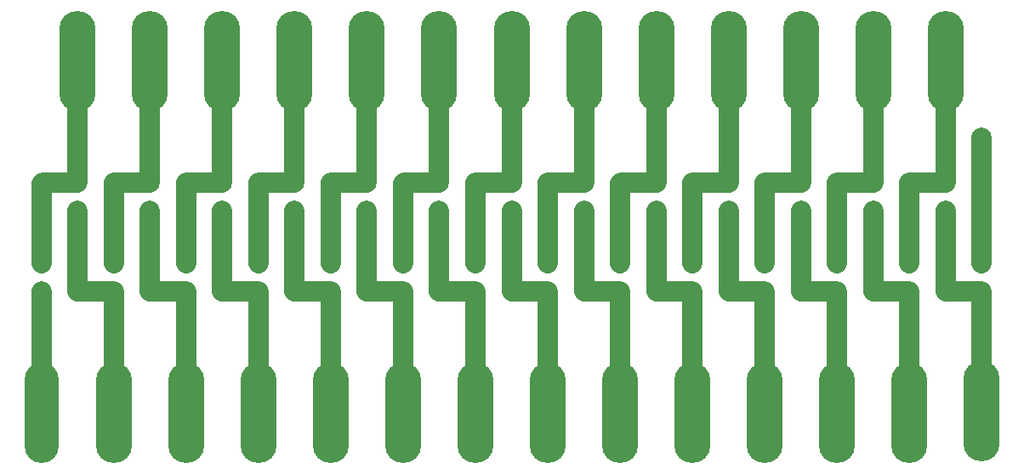
<source format=gtl>
G04 #@! TF.GenerationSoftware,KiCad,Pcbnew,(5.1.5-0)*
G04 #@! TF.CreationDate,2020-06-12T16:51:45+02:00*
G04 #@! TF.ProjectId,Divider2,44697669-6465-4723-922e-6b696361645f,rev?*
G04 #@! TF.SameCoordinates,Original*
G04 #@! TF.FileFunction,Copper,L1,Top*
G04 #@! TF.FilePolarity,Positive*
%FSLAX46Y46*%
G04 Gerber Fmt 4.6, Leading zero omitted, Abs format (unit mm)*
G04 Created by KiCad (PCBNEW (5.1.5-0)) date 2020-06-12 16:51:45*
%MOMM*%
%LPD*%
G04 APERTURE LIST*
%ADD10O,3.400000X10.000000*%
%ADD11C,2.000000*%
%ADD12C,0.100000*%
%ADD13O,3.600000X10.000000*%
%ADD14C,2.000000*%
G04 APERTURE END LIST*
D10*
X99600000Y-109200000D03*
D11*
X99600000Y-100600000D03*
X193200000Y-81800000D03*
G04 #@! TA.AperFunction,SMDPad,CuDef*
D12*
G36*
X193849504Y-96476204D02*
G01*
X193873773Y-96479804D01*
X193897571Y-96485765D01*
X193920671Y-96494030D01*
X193942849Y-96504520D01*
X193963893Y-96517133D01*
X193983598Y-96531747D01*
X194001777Y-96548223D01*
X194018253Y-96566402D01*
X194032867Y-96586107D01*
X194045480Y-96607151D01*
X194055970Y-96629329D01*
X194064235Y-96652429D01*
X194070196Y-96676227D01*
X194073796Y-96700496D01*
X194075000Y-96725000D01*
X194075000Y-97475000D01*
X194073796Y-97499504D01*
X194070196Y-97523773D01*
X194064235Y-97547571D01*
X194055970Y-97570671D01*
X194045480Y-97592849D01*
X194032867Y-97613893D01*
X194018253Y-97633598D01*
X194001777Y-97651777D01*
X193983598Y-97668253D01*
X193963893Y-97682867D01*
X193942849Y-97695480D01*
X193920671Y-97705970D01*
X193897571Y-97714235D01*
X193873773Y-97720196D01*
X193849504Y-97723796D01*
X193825000Y-97725000D01*
X192575000Y-97725000D01*
X192550496Y-97723796D01*
X192526227Y-97720196D01*
X192502429Y-97714235D01*
X192479329Y-97705970D01*
X192457151Y-97695480D01*
X192436107Y-97682867D01*
X192416402Y-97668253D01*
X192398223Y-97651777D01*
X192381747Y-97633598D01*
X192367133Y-97613893D01*
X192354520Y-97592849D01*
X192344030Y-97570671D01*
X192335765Y-97547571D01*
X192329804Y-97523773D01*
X192326204Y-97499504D01*
X192325000Y-97475000D01*
X192325000Y-96725000D01*
X192326204Y-96700496D01*
X192329804Y-96676227D01*
X192335765Y-96652429D01*
X192344030Y-96629329D01*
X192354520Y-96607151D01*
X192367133Y-96586107D01*
X192381747Y-96566402D01*
X192398223Y-96548223D01*
X192416402Y-96531747D01*
X192436107Y-96517133D01*
X192457151Y-96504520D01*
X192479329Y-96494030D01*
X192502429Y-96485765D01*
X192526227Y-96479804D01*
X192550496Y-96476204D01*
X192575000Y-96475000D01*
X193825000Y-96475000D01*
X193849504Y-96476204D01*
G37*
G04 #@! TD.AperFunction*
G04 #@! TA.AperFunction,SMDPad,CuDef*
G36*
X193849504Y-93676204D02*
G01*
X193873773Y-93679804D01*
X193897571Y-93685765D01*
X193920671Y-93694030D01*
X193942849Y-93704520D01*
X193963893Y-93717133D01*
X193983598Y-93731747D01*
X194001777Y-93748223D01*
X194018253Y-93766402D01*
X194032867Y-93786107D01*
X194045480Y-93807151D01*
X194055970Y-93829329D01*
X194064235Y-93852429D01*
X194070196Y-93876227D01*
X194073796Y-93900496D01*
X194075000Y-93925000D01*
X194075000Y-94675000D01*
X194073796Y-94699504D01*
X194070196Y-94723773D01*
X194064235Y-94747571D01*
X194055970Y-94770671D01*
X194045480Y-94792849D01*
X194032867Y-94813893D01*
X194018253Y-94833598D01*
X194001777Y-94851777D01*
X193983598Y-94868253D01*
X193963893Y-94882867D01*
X193942849Y-94895480D01*
X193920671Y-94905970D01*
X193897571Y-94914235D01*
X193873773Y-94920196D01*
X193849504Y-94923796D01*
X193825000Y-94925000D01*
X192575000Y-94925000D01*
X192550496Y-94923796D01*
X192526227Y-94920196D01*
X192502429Y-94914235D01*
X192479329Y-94905970D01*
X192457151Y-94895480D01*
X192436107Y-94882867D01*
X192416402Y-94868253D01*
X192398223Y-94851777D01*
X192381747Y-94833598D01*
X192367133Y-94813893D01*
X192354520Y-94792849D01*
X192344030Y-94770671D01*
X192335765Y-94747571D01*
X192329804Y-94723773D01*
X192326204Y-94699504D01*
X192325000Y-94675000D01*
X192325000Y-93925000D01*
X192326204Y-93900496D01*
X192329804Y-93876227D01*
X192335765Y-93852429D01*
X192344030Y-93829329D01*
X192354520Y-93807151D01*
X192367133Y-93786107D01*
X192381747Y-93766402D01*
X192398223Y-93748223D01*
X192416402Y-93731747D01*
X192436107Y-93717133D01*
X192457151Y-93704520D01*
X192479329Y-93694030D01*
X192502429Y-93685765D01*
X192526227Y-93679804D01*
X192550496Y-93676204D01*
X192575000Y-93675000D01*
X193825000Y-93675000D01*
X193849504Y-93676204D01*
G37*
G04 #@! TD.AperFunction*
D13*
X193200000Y-109100000D03*
X186000000Y-109200000D03*
X178800000Y-109200000D03*
X171600000Y-109200000D03*
X164400000Y-109200000D03*
X157200000Y-109200000D03*
X150000000Y-109200000D03*
X142800000Y-109200000D03*
X135600000Y-109200000D03*
X128400000Y-109200000D03*
X121200000Y-109200000D03*
X114000000Y-109200000D03*
X106800000Y-109200000D03*
X189600000Y-74200000D03*
X182400000Y-74200000D03*
X168000000Y-74200000D03*
X160800000Y-74200000D03*
X153600000Y-74200000D03*
X146400000Y-74200000D03*
X139200000Y-74200000D03*
X132000000Y-74200000D03*
X124800000Y-74200000D03*
X117600000Y-74200000D03*
X110400000Y-74200000D03*
X103200000Y-74200000D03*
X175200000Y-74200000D03*
G04 #@! TA.AperFunction,SMDPad,CuDef*
D12*
G36*
X190249504Y-88476204D02*
G01*
X190273773Y-88479804D01*
X190297571Y-88485765D01*
X190320671Y-88494030D01*
X190342849Y-88504520D01*
X190363893Y-88517133D01*
X190383598Y-88531747D01*
X190401777Y-88548223D01*
X190418253Y-88566402D01*
X190432867Y-88586107D01*
X190445480Y-88607151D01*
X190455970Y-88629329D01*
X190464235Y-88652429D01*
X190470196Y-88676227D01*
X190473796Y-88700496D01*
X190475000Y-88725000D01*
X190475000Y-89475000D01*
X190473796Y-89499504D01*
X190470196Y-89523773D01*
X190464235Y-89547571D01*
X190455970Y-89570671D01*
X190445480Y-89592849D01*
X190432867Y-89613893D01*
X190418253Y-89633598D01*
X190401777Y-89651777D01*
X190383598Y-89668253D01*
X190363893Y-89682867D01*
X190342849Y-89695480D01*
X190320671Y-89705970D01*
X190297571Y-89714235D01*
X190273773Y-89720196D01*
X190249504Y-89723796D01*
X190225000Y-89725000D01*
X188975000Y-89725000D01*
X188950496Y-89723796D01*
X188926227Y-89720196D01*
X188902429Y-89714235D01*
X188879329Y-89705970D01*
X188857151Y-89695480D01*
X188836107Y-89682867D01*
X188816402Y-89668253D01*
X188798223Y-89651777D01*
X188781747Y-89633598D01*
X188767133Y-89613893D01*
X188754520Y-89592849D01*
X188744030Y-89570671D01*
X188735765Y-89547571D01*
X188729804Y-89523773D01*
X188726204Y-89499504D01*
X188725000Y-89475000D01*
X188725000Y-88725000D01*
X188726204Y-88700496D01*
X188729804Y-88676227D01*
X188735765Y-88652429D01*
X188744030Y-88629329D01*
X188754520Y-88607151D01*
X188767133Y-88586107D01*
X188781747Y-88566402D01*
X188798223Y-88548223D01*
X188816402Y-88531747D01*
X188836107Y-88517133D01*
X188857151Y-88504520D01*
X188879329Y-88494030D01*
X188902429Y-88485765D01*
X188926227Y-88479804D01*
X188950496Y-88476204D01*
X188975000Y-88475000D01*
X190225000Y-88475000D01*
X190249504Y-88476204D01*
G37*
G04 #@! TD.AperFunction*
G04 #@! TA.AperFunction,SMDPad,CuDef*
G36*
X190249504Y-85676204D02*
G01*
X190273773Y-85679804D01*
X190297571Y-85685765D01*
X190320671Y-85694030D01*
X190342849Y-85704520D01*
X190363893Y-85717133D01*
X190383598Y-85731747D01*
X190401777Y-85748223D01*
X190418253Y-85766402D01*
X190432867Y-85786107D01*
X190445480Y-85807151D01*
X190455970Y-85829329D01*
X190464235Y-85852429D01*
X190470196Y-85876227D01*
X190473796Y-85900496D01*
X190475000Y-85925000D01*
X190475000Y-86675000D01*
X190473796Y-86699504D01*
X190470196Y-86723773D01*
X190464235Y-86747571D01*
X190455970Y-86770671D01*
X190445480Y-86792849D01*
X190432867Y-86813893D01*
X190418253Y-86833598D01*
X190401777Y-86851777D01*
X190383598Y-86868253D01*
X190363893Y-86882867D01*
X190342849Y-86895480D01*
X190320671Y-86905970D01*
X190297571Y-86914235D01*
X190273773Y-86920196D01*
X190249504Y-86923796D01*
X190225000Y-86925000D01*
X188975000Y-86925000D01*
X188950496Y-86923796D01*
X188926227Y-86920196D01*
X188902429Y-86914235D01*
X188879329Y-86905970D01*
X188857151Y-86895480D01*
X188836107Y-86882867D01*
X188816402Y-86868253D01*
X188798223Y-86851777D01*
X188781747Y-86833598D01*
X188767133Y-86813893D01*
X188754520Y-86792849D01*
X188744030Y-86770671D01*
X188735765Y-86747571D01*
X188729804Y-86723773D01*
X188726204Y-86699504D01*
X188725000Y-86675000D01*
X188725000Y-85925000D01*
X188726204Y-85900496D01*
X188729804Y-85876227D01*
X188735765Y-85852429D01*
X188744030Y-85829329D01*
X188754520Y-85807151D01*
X188767133Y-85786107D01*
X188781747Y-85766402D01*
X188798223Y-85748223D01*
X188816402Y-85731747D01*
X188836107Y-85717133D01*
X188857151Y-85704520D01*
X188879329Y-85694030D01*
X188902429Y-85685765D01*
X188926227Y-85679804D01*
X188950496Y-85676204D01*
X188975000Y-85675000D01*
X190225000Y-85675000D01*
X190249504Y-85676204D01*
G37*
G04 #@! TD.AperFunction*
G04 #@! TA.AperFunction,SMDPad,CuDef*
G36*
X183049504Y-88476204D02*
G01*
X183073773Y-88479804D01*
X183097571Y-88485765D01*
X183120671Y-88494030D01*
X183142849Y-88504520D01*
X183163893Y-88517133D01*
X183183598Y-88531747D01*
X183201777Y-88548223D01*
X183218253Y-88566402D01*
X183232867Y-88586107D01*
X183245480Y-88607151D01*
X183255970Y-88629329D01*
X183264235Y-88652429D01*
X183270196Y-88676227D01*
X183273796Y-88700496D01*
X183275000Y-88725000D01*
X183275000Y-89475000D01*
X183273796Y-89499504D01*
X183270196Y-89523773D01*
X183264235Y-89547571D01*
X183255970Y-89570671D01*
X183245480Y-89592849D01*
X183232867Y-89613893D01*
X183218253Y-89633598D01*
X183201777Y-89651777D01*
X183183598Y-89668253D01*
X183163893Y-89682867D01*
X183142849Y-89695480D01*
X183120671Y-89705970D01*
X183097571Y-89714235D01*
X183073773Y-89720196D01*
X183049504Y-89723796D01*
X183025000Y-89725000D01*
X181775000Y-89725000D01*
X181750496Y-89723796D01*
X181726227Y-89720196D01*
X181702429Y-89714235D01*
X181679329Y-89705970D01*
X181657151Y-89695480D01*
X181636107Y-89682867D01*
X181616402Y-89668253D01*
X181598223Y-89651777D01*
X181581747Y-89633598D01*
X181567133Y-89613893D01*
X181554520Y-89592849D01*
X181544030Y-89570671D01*
X181535765Y-89547571D01*
X181529804Y-89523773D01*
X181526204Y-89499504D01*
X181525000Y-89475000D01*
X181525000Y-88725000D01*
X181526204Y-88700496D01*
X181529804Y-88676227D01*
X181535765Y-88652429D01*
X181544030Y-88629329D01*
X181554520Y-88607151D01*
X181567133Y-88586107D01*
X181581747Y-88566402D01*
X181598223Y-88548223D01*
X181616402Y-88531747D01*
X181636107Y-88517133D01*
X181657151Y-88504520D01*
X181679329Y-88494030D01*
X181702429Y-88485765D01*
X181726227Y-88479804D01*
X181750496Y-88476204D01*
X181775000Y-88475000D01*
X183025000Y-88475000D01*
X183049504Y-88476204D01*
G37*
G04 #@! TD.AperFunction*
G04 #@! TA.AperFunction,SMDPad,CuDef*
G36*
X183049504Y-85676204D02*
G01*
X183073773Y-85679804D01*
X183097571Y-85685765D01*
X183120671Y-85694030D01*
X183142849Y-85704520D01*
X183163893Y-85717133D01*
X183183598Y-85731747D01*
X183201777Y-85748223D01*
X183218253Y-85766402D01*
X183232867Y-85786107D01*
X183245480Y-85807151D01*
X183255970Y-85829329D01*
X183264235Y-85852429D01*
X183270196Y-85876227D01*
X183273796Y-85900496D01*
X183275000Y-85925000D01*
X183275000Y-86675000D01*
X183273796Y-86699504D01*
X183270196Y-86723773D01*
X183264235Y-86747571D01*
X183255970Y-86770671D01*
X183245480Y-86792849D01*
X183232867Y-86813893D01*
X183218253Y-86833598D01*
X183201777Y-86851777D01*
X183183598Y-86868253D01*
X183163893Y-86882867D01*
X183142849Y-86895480D01*
X183120671Y-86905970D01*
X183097571Y-86914235D01*
X183073773Y-86920196D01*
X183049504Y-86923796D01*
X183025000Y-86925000D01*
X181775000Y-86925000D01*
X181750496Y-86923796D01*
X181726227Y-86920196D01*
X181702429Y-86914235D01*
X181679329Y-86905970D01*
X181657151Y-86895480D01*
X181636107Y-86882867D01*
X181616402Y-86868253D01*
X181598223Y-86851777D01*
X181581747Y-86833598D01*
X181567133Y-86813893D01*
X181554520Y-86792849D01*
X181544030Y-86770671D01*
X181535765Y-86747571D01*
X181529804Y-86723773D01*
X181526204Y-86699504D01*
X181525000Y-86675000D01*
X181525000Y-85925000D01*
X181526204Y-85900496D01*
X181529804Y-85876227D01*
X181535765Y-85852429D01*
X181544030Y-85829329D01*
X181554520Y-85807151D01*
X181567133Y-85786107D01*
X181581747Y-85766402D01*
X181598223Y-85748223D01*
X181616402Y-85731747D01*
X181636107Y-85717133D01*
X181657151Y-85704520D01*
X181679329Y-85694030D01*
X181702429Y-85685765D01*
X181726227Y-85679804D01*
X181750496Y-85676204D01*
X181775000Y-85675000D01*
X183025000Y-85675000D01*
X183049504Y-85676204D01*
G37*
G04 #@! TD.AperFunction*
G04 #@! TA.AperFunction,SMDPad,CuDef*
G36*
X175849504Y-88476204D02*
G01*
X175873773Y-88479804D01*
X175897571Y-88485765D01*
X175920671Y-88494030D01*
X175942849Y-88504520D01*
X175963893Y-88517133D01*
X175983598Y-88531747D01*
X176001777Y-88548223D01*
X176018253Y-88566402D01*
X176032867Y-88586107D01*
X176045480Y-88607151D01*
X176055970Y-88629329D01*
X176064235Y-88652429D01*
X176070196Y-88676227D01*
X176073796Y-88700496D01*
X176075000Y-88725000D01*
X176075000Y-89475000D01*
X176073796Y-89499504D01*
X176070196Y-89523773D01*
X176064235Y-89547571D01*
X176055970Y-89570671D01*
X176045480Y-89592849D01*
X176032867Y-89613893D01*
X176018253Y-89633598D01*
X176001777Y-89651777D01*
X175983598Y-89668253D01*
X175963893Y-89682867D01*
X175942849Y-89695480D01*
X175920671Y-89705970D01*
X175897571Y-89714235D01*
X175873773Y-89720196D01*
X175849504Y-89723796D01*
X175825000Y-89725000D01*
X174575000Y-89725000D01*
X174550496Y-89723796D01*
X174526227Y-89720196D01*
X174502429Y-89714235D01*
X174479329Y-89705970D01*
X174457151Y-89695480D01*
X174436107Y-89682867D01*
X174416402Y-89668253D01*
X174398223Y-89651777D01*
X174381747Y-89633598D01*
X174367133Y-89613893D01*
X174354520Y-89592849D01*
X174344030Y-89570671D01*
X174335765Y-89547571D01*
X174329804Y-89523773D01*
X174326204Y-89499504D01*
X174325000Y-89475000D01*
X174325000Y-88725000D01*
X174326204Y-88700496D01*
X174329804Y-88676227D01*
X174335765Y-88652429D01*
X174344030Y-88629329D01*
X174354520Y-88607151D01*
X174367133Y-88586107D01*
X174381747Y-88566402D01*
X174398223Y-88548223D01*
X174416402Y-88531747D01*
X174436107Y-88517133D01*
X174457151Y-88504520D01*
X174479329Y-88494030D01*
X174502429Y-88485765D01*
X174526227Y-88479804D01*
X174550496Y-88476204D01*
X174575000Y-88475000D01*
X175825000Y-88475000D01*
X175849504Y-88476204D01*
G37*
G04 #@! TD.AperFunction*
G04 #@! TA.AperFunction,SMDPad,CuDef*
G36*
X175849504Y-85676204D02*
G01*
X175873773Y-85679804D01*
X175897571Y-85685765D01*
X175920671Y-85694030D01*
X175942849Y-85704520D01*
X175963893Y-85717133D01*
X175983598Y-85731747D01*
X176001777Y-85748223D01*
X176018253Y-85766402D01*
X176032867Y-85786107D01*
X176045480Y-85807151D01*
X176055970Y-85829329D01*
X176064235Y-85852429D01*
X176070196Y-85876227D01*
X176073796Y-85900496D01*
X176075000Y-85925000D01*
X176075000Y-86675000D01*
X176073796Y-86699504D01*
X176070196Y-86723773D01*
X176064235Y-86747571D01*
X176055970Y-86770671D01*
X176045480Y-86792849D01*
X176032867Y-86813893D01*
X176018253Y-86833598D01*
X176001777Y-86851777D01*
X175983598Y-86868253D01*
X175963893Y-86882867D01*
X175942849Y-86895480D01*
X175920671Y-86905970D01*
X175897571Y-86914235D01*
X175873773Y-86920196D01*
X175849504Y-86923796D01*
X175825000Y-86925000D01*
X174575000Y-86925000D01*
X174550496Y-86923796D01*
X174526227Y-86920196D01*
X174502429Y-86914235D01*
X174479329Y-86905970D01*
X174457151Y-86895480D01*
X174436107Y-86882867D01*
X174416402Y-86868253D01*
X174398223Y-86851777D01*
X174381747Y-86833598D01*
X174367133Y-86813893D01*
X174354520Y-86792849D01*
X174344030Y-86770671D01*
X174335765Y-86747571D01*
X174329804Y-86723773D01*
X174326204Y-86699504D01*
X174325000Y-86675000D01*
X174325000Y-85925000D01*
X174326204Y-85900496D01*
X174329804Y-85876227D01*
X174335765Y-85852429D01*
X174344030Y-85829329D01*
X174354520Y-85807151D01*
X174367133Y-85786107D01*
X174381747Y-85766402D01*
X174398223Y-85748223D01*
X174416402Y-85731747D01*
X174436107Y-85717133D01*
X174457151Y-85704520D01*
X174479329Y-85694030D01*
X174502429Y-85685765D01*
X174526227Y-85679804D01*
X174550496Y-85676204D01*
X174575000Y-85675000D01*
X175825000Y-85675000D01*
X175849504Y-85676204D01*
G37*
G04 #@! TD.AperFunction*
G04 #@! TA.AperFunction,SMDPad,CuDef*
G36*
X168649504Y-88476204D02*
G01*
X168673773Y-88479804D01*
X168697571Y-88485765D01*
X168720671Y-88494030D01*
X168742849Y-88504520D01*
X168763893Y-88517133D01*
X168783598Y-88531747D01*
X168801777Y-88548223D01*
X168818253Y-88566402D01*
X168832867Y-88586107D01*
X168845480Y-88607151D01*
X168855970Y-88629329D01*
X168864235Y-88652429D01*
X168870196Y-88676227D01*
X168873796Y-88700496D01*
X168875000Y-88725000D01*
X168875000Y-89475000D01*
X168873796Y-89499504D01*
X168870196Y-89523773D01*
X168864235Y-89547571D01*
X168855970Y-89570671D01*
X168845480Y-89592849D01*
X168832867Y-89613893D01*
X168818253Y-89633598D01*
X168801777Y-89651777D01*
X168783598Y-89668253D01*
X168763893Y-89682867D01*
X168742849Y-89695480D01*
X168720671Y-89705970D01*
X168697571Y-89714235D01*
X168673773Y-89720196D01*
X168649504Y-89723796D01*
X168625000Y-89725000D01*
X167375000Y-89725000D01*
X167350496Y-89723796D01*
X167326227Y-89720196D01*
X167302429Y-89714235D01*
X167279329Y-89705970D01*
X167257151Y-89695480D01*
X167236107Y-89682867D01*
X167216402Y-89668253D01*
X167198223Y-89651777D01*
X167181747Y-89633598D01*
X167167133Y-89613893D01*
X167154520Y-89592849D01*
X167144030Y-89570671D01*
X167135765Y-89547571D01*
X167129804Y-89523773D01*
X167126204Y-89499504D01*
X167125000Y-89475000D01*
X167125000Y-88725000D01*
X167126204Y-88700496D01*
X167129804Y-88676227D01*
X167135765Y-88652429D01*
X167144030Y-88629329D01*
X167154520Y-88607151D01*
X167167133Y-88586107D01*
X167181747Y-88566402D01*
X167198223Y-88548223D01*
X167216402Y-88531747D01*
X167236107Y-88517133D01*
X167257151Y-88504520D01*
X167279329Y-88494030D01*
X167302429Y-88485765D01*
X167326227Y-88479804D01*
X167350496Y-88476204D01*
X167375000Y-88475000D01*
X168625000Y-88475000D01*
X168649504Y-88476204D01*
G37*
G04 #@! TD.AperFunction*
G04 #@! TA.AperFunction,SMDPad,CuDef*
G36*
X168649504Y-85676204D02*
G01*
X168673773Y-85679804D01*
X168697571Y-85685765D01*
X168720671Y-85694030D01*
X168742849Y-85704520D01*
X168763893Y-85717133D01*
X168783598Y-85731747D01*
X168801777Y-85748223D01*
X168818253Y-85766402D01*
X168832867Y-85786107D01*
X168845480Y-85807151D01*
X168855970Y-85829329D01*
X168864235Y-85852429D01*
X168870196Y-85876227D01*
X168873796Y-85900496D01*
X168875000Y-85925000D01*
X168875000Y-86675000D01*
X168873796Y-86699504D01*
X168870196Y-86723773D01*
X168864235Y-86747571D01*
X168855970Y-86770671D01*
X168845480Y-86792849D01*
X168832867Y-86813893D01*
X168818253Y-86833598D01*
X168801777Y-86851777D01*
X168783598Y-86868253D01*
X168763893Y-86882867D01*
X168742849Y-86895480D01*
X168720671Y-86905970D01*
X168697571Y-86914235D01*
X168673773Y-86920196D01*
X168649504Y-86923796D01*
X168625000Y-86925000D01*
X167375000Y-86925000D01*
X167350496Y-86923796D01*
X167326227Y-86920196D01*
X167302429Y-86914235D01*
X167279329Y-86905970D01*
X167257151Y-86895480D01*
X167236107Y-86882867D01*
X167216402Y-86868253D01*
X167198223Y-86851777D01*
X167181747Y-86833598D01*
X167167133Y-86813893D01*
X167154520Y-86792849D01*
X167144030Y-86770671D01*
X167135765Y-86747571D01*
X167129804Y-86723773D01*
X167126204Y-86699504D01*
X167125000Y-86675000D01*
X167125000Y-85925000D01*
X167126204Y-85900496D01*
X167129804Y-85876227D01*
X167135765Y-85852429D01*
X167144030Y-85829329D01*
X167154520Y-85807151D01*
X167167133Y-85786107D01*
X167181747Y-85766402D01*
X167198223Y-85748223D01*
X167216402Y-85731747D01*
X167236107Y-85717133D01*
X167257151Y-85704520D01*
X167279329Y-85694030D01*
X167302429Y-85685765D01*
X167326227Y-85679804D01*
X167350496Y-85676204D01*
X167375000Y-85675000D01*
X168625000Y-85675000D01*
X168649504Y-85676204D01*
G37*
G04 #@! TD.AperFunction*
G04 #@! TA.AperFunction,SMDPad,CuDef*
G36*
X161449504Y-88476204D02*
G01*
X161473773Y-88479804D01*
X161497571Y-88485765D01*
X161520671Y-88494030D01*
X161542849Y-88504520D01*
X161563893Y-88517133D01*
X161583598Y-88531747D01*
X161601777Y-88548223D01*
X161618253Y-88566402D01*
X161632867Y-88586107D01*
X161645480Y-88607151D01*
X161655970Y-88629329D01*
X161664235Y-88652429D01*
X161670196Y-88676227D01*
X161673796Y-88700496D01*
X161675000Y-88725000D01*
X161675000Y-89475000D01*
X161673796Y-89499504D01*
X161670196Y-89523773D01*
X161664235Y-89547571D01*
X161655970Y-89570671D01*
X161645480Y-89592849D01*
X161632867Y-89613893D01*
X161618253Y-89633598D01*
X161601777Y-89651777D01*
X161583598Y-89668253D01*
X161563893Y-89682867D01*
X161542849Y-89695480D01*
X161520671Y-89705970D01*
X161497571Y-89714235D01*
X161473773Y-89720196D01*
X161449504Y-89723796D01*
X161425000Y-89725000D01*
X160175000Y-89725000D01*
X160150496Y-89723796D01*
X160126227Y-89720196D01*
X160102429Y-89714235D01*
X160079329Y-89705970D01*
X160057151Y-89695480D01*
X160036107Y-89682867D01*
X160016402Y-89668253D01*
X159998223Y-89651777D01*
X159981747Y-89633598D01*
X159967133Y-89613893D01*
X159954520Y-89592849D01*
X159944030Y-89570671D01*
X159935765Y-89547571D01*
X159929804Y-89523773D01*
X159926204Y-89499504D01*
X159925000Y-89475000D01*
X159925000Y-88725000D01*
X159926204Y-88700496D01*
X159929804Y-88676227D01*
X159935765Y-88652429D01*
X159944030Y-88629329D01*
X159954520Y-88607151D01*
X159967133Y-88586107D01*
X159981747Y-88566402D01*
X159998223Y-88548223D01*
X160016402Y-88531747D01*
X160036107Y-88517133D01*
X160057151Y-88504520D01*
X160079329Y-88494030D01*
X160102429Y-88485765D01*
X160126227Y-88479804D01*
X160150496Y-88476204D01*
X160175000Y-88475000D01*
X161425000Y-88475000D01*
X161449504Y-88476204D01*
G37*
G04 #@! TD.AperFunction*
G04 #@! TA.AperFunction,SMDPad,CuDef*
G36*
X161449504Y-85676204D02*
G01*
X161473773Y-85679804D01*
X161497571Y-85685765D01*
X161520671Y-85694030D01*
X161542849Y-85704520D01*
X161563893Y-85717133D01*
X161583598Y-85731747D01*
X161601777Y-85748223D01*
X161618253Y-85766402D01*
X161632867Y-85786107D01*
X161645480Y-85807151D01*
X161655970Y-85829329D01*
X161664235Y-85852429D01*
X161670196Y-85876227D01*
X161673796Y-85900496D01*
X161675000Y-85925000D01*
X161675000Y-86675000D01*
X161673796Y-86699504D01*
X161670196Y-86723773D01*
X161664235Y-86747571D01*
X161655970Y-86770671D01*
X161645480Y-86792849D01*
X161632867Y-86813893D01*
X161618253Y-86833598D01*
X161601777Y-86851777D01*
X161583598Y-86868253D01*
X161563893Y-86882867D01*
X161542849Y-86895480D01*
X161520671Y-86905970D01*
X161497571Y-86914235D01*
X161473773Y-86920196D01*
X161449504Y-86923796D01*
X161425000Y-86925000D01*
X160175000Y-86925000D01*
X160150496Y-86923796D01*
X160126227Y-86920196D01*
X160102429Y-86914235D01*
X160079329Y-86905970D01*
X160057151Y-86895480D01*
X160036107Y-86882867D01*
X160016402Y-86868253D01*
X159998223Y-86851777D01*
X159981747Y-86833598D01*
X159967133Y-86813893D01*
X159954520Y-86792849D01*
X159944030Y-86770671D01*
X159935765Y-86747571D01*
X159929804Y-86723773D01*
X159926204Y-86699504D01*
X159925000Y-86675000D01*
X159925000Y-85925000D01*
X159926204Y-85900496D01*
X159929804Y-85876227D01*
X159935765Y-85852429D01*
X159944030Y-85829329D01*
X159954520Y-85807151D01*
X159967133Y-85786107D01*
X159981747Y-85766402D01*
X159998223Y-85748223D01*
X160016402Y-85731747D01*
X160036107Y-85717133D01*
X160057151Y-85704520D01*
X160079329Y-85694030D01*
X160102429Y-85685765D01*
X160126227Y-85679804D01*
X160150496Y-85676204D01*
X160175000Y-85675000D01*
X161425000Y-85675000D01*
X161449504Y-85676204D01*
G37*
G04 #@! TD.AperFunction*
G04 #@! TA.AperFunction,SMDPad,CuDef*
G36*
X154249504Y-88476204D02*
G01*
X154273773Y-88479804D01*
X154297571Y-88485765D01*
X154320671Y-88494030D01*
X154342849Y-88504520D01*
X154363893Y-88517133D01*
X154383598Y-88531747D01*
X154401777Y-88548223D01*
X154418253Y-88566402D01*
X154432867Y-88586107D01*
X154445480Y-88607151D01*
X154455970Y-88629329D01*
X154464235Y-88652429D01*
X154470196Y-88676227D01*
X154473796Y-88700496D01*
X154475000Y-88725000D01*
X154475000Y-89475000D01*
X154473796Y-89499504D01*
X154470196Y-89523773D01*
X154464235Y-89547571D01*
X154455970Y-89570671D01*
X154445480Y-89592849D01*
X154432867Y-89613893D01*
X154418253Y-89633598D01*
X154401777Y-89651777D01*
X154383598Y-89668253D01*
X154363893Y-89682867D01*
X154342849Y-89695480D01*
X154320671Y-89705970D01*
X154297571Y-89714235D01*
X154273773Y-89720196D01*
X154249504Y-89723796D01*
X154225000Y-89725000D01*
X152975000Y-89725000D01*
X152950496Y-89723796D01*
X152926227Y-89720196D01*
X152902429Y-89714235D01*
X152879329Y-89705970D01*
X152857151Y-89695480D01*
X152836107Y-89682867D01*
X152816402Y-89668253D01*
X152798223Y-89651777D01*
X152781747Y-89633598D01*
X152767133Y-89613893D01*
X152754520Y-89592849D01*
X152744030Y-89570671D01*
X152735765Y-89547571D01*
X152729804Y-89523773D01*
X152726204Y-89499504D01*
X152725000Y-89475000D01*
X152725000Y-88725000D01*
X152726204Y-88700496D01*
X152729804Y-88676227D01*
X152735765Y-88652429D01*
X152744030Y-88629329D01*
X152754520Y-88607151D01*
X152767133Y-88586107D01*
X152781747Y-88566402D01*
X152798223Y-88548223D01*
X152816402Y-88531747D01*
X152836107Y-88517133D01*
X152857151Y-88504520D01*
X152879329Y-88494030D01*
X152902429Y-88485765D01*
X152926227Y-88479804D01*
X152950496Y-88476204D01*
X152975000Y-88475000D01*
X154225000Y-88475000D01*
X154249504Y-88476204D01*
G37*
G04 #@! TD.AperFunction*
G04 #@! TA.AperFunction,SMDPad,CuDef*
G36*
X154249504Y-85676204D02*
G01*
X154273773Y-85679804D01*
X154297571Y-85685765D01*
X154320671Y-85694030D01*
X154342849Y-85704520D01*
X154363893Y-85717133D01*
X154383598Y-85731747D01*
X154401777Y-85748223D01*
X154418253Y-85766402D01*
X154432867Y-85786107D01*
X154445480Y-85807151D01*
X154455970Y-85829329D01*
X154464235Y-85852429D01*
X154470196Y-85876227D01*
X154473796Y-85900496D01*
X154475000Y-85925000D01*
X154475000Y-86675000D01*
X154473796Y-86699504D01*
X154470196Y-86723773D01*
X154464235Y-86747571D01*
X154455970Y-86770671D01*
X154445480Y-86792849D01*
X154432867Y-86813893D01*
X154418253Y-86833598D01*
X154401777Y-86851777D01*
X154383598Y-86868253D01*
X154363893Y-86882867D01*
X154342849Y-86895480D01*
X154320671Y-86905970D01*
X154297571Y-86914235D01*
X154273773Y-86920196D01*
X154249504Y-86923796D01*
X154225000Y-86925000D01*
X152975000Y-86925000D01*
X152950496Y-86923796D01*
X152926227Y-86920196D01*
X152902429Y-86914235D01*
X152879329Y-86905970D01*
X152857151Y-86895480D01*
X152836107Y-86882867D01*
X152816402Y-86868253D01*
X152798223Y-86851777D01*
X152781747Y-86833598D01*
X152767133Y-86813893D01*
X152754520Y-86792849D01*
X152744030Y-86770671D01*
X152735765Y-86747571D01*
X152729804Y-86723773D01*
X152726204Y-86699504D01*
X152725000Y-86675000D01*
X152725000Y-85925000D01*
X152726204Y-85900496D01*
X152729804Y-85876227D01*
X152735765Y-85852429D01*
X152744030Y-85829329D01*
X152754520Y-85807151D01*
X152767133Y-85786107D01*
X152781747Y-85766402D01*
X152798223Y-85748223D01*
X152816402Y-85731747D01*
X152836107Y-85717133D01*
X152857151Y-85704520D01*
X152879329Y-85694030D01*
X152902429Y-85685765D01*
X152926227Y-85679804D01*
X152950496Y-85676204D01*
X152975000Y-85675000D01*
X154225000Y-85675000D01*
X154249504Y-85676204D01*
G37*
G04 #@! TD.AperFunction*
G04 #@! TA.AperFunction,SMDPad,CuDef*
G36*
X147049504Y-88476204D02*
G01*
X147073773Y-88479804D01*
X147097571Y-88485765D01*
X147120671Y-88494030D01*
X147142849Y-88504520D01*
X147163893Y-88517133D01*
X147183598Y-88531747D01*
X147201777Y-88548223D01*
X147218253Y-88566402D01*
X147232867Y-88586107D01*
X147245480Y-88607151D01*
X147255970Y-88629329D01*
X147264235Y-88652429D01*
X147270196Y-88676227D01*
X147273796Y-88700496D01*
X147275000Y-88725000D01*
X147275000Y-89475000D01*
X147273796Y-89499504D01*
X147270196Y-89523773D01*
X147264235Y-89547571D01*
X147255970Y-89570671D01*
X147245480Y-89592849D01*
X147232867Y-89613893D01*
X147218253Y-89633598D01*
X147201777Y-89651777D01*
X147183598Y-89668253D01*
X147163893Y-89682867D01*
X147142849Y-89695480D01*
X147120671Y-89705970D01*
X147097571Y-89714235D01*
X147073773Y-89720196D01*
X147049504Y-89723796D01*
X147025000Y-89725000D01*
X145775000Y-89725000D01*
X145750496Y-89723796D01*
X145726227Y-89720196D01*
X145702429Y-89714235D01*
X145679329Y-89705970D01*
X145657151Y-89695480D01*
X145636107Y-89682867D01*
X145616402Y-89668253D01*
X145598223Y-89651777D01*
X145581747Y-89633598D01*
X145567133Y-89613893D01*
X145554520Y-89592849D01*
X145544030Y-89570671D01*
X145535765Y-89547571D01*
X145529804Y-89523773D01*
X145526204Y-89499504D01*
X145525000Y-89475000D01*
X145525000Y-88725000D01*
X145526204Y-88700496D01*
X145529804Y-88676227D01*
X145535765Y-88652429D01*
X145544030Y-88629329D01*
X145554520Y-88607151D01*
X145567133Y-88586107D01*
X145581747Y-88566402D01*
X145598223Y-88548223D01*
X145616402Y-88531747D01*
X145636107Y-88517133D01*
X145657151Y-88504520D01*
X145679329Y-88494030D01*
X145702429Y-88485765D01*
X145726227Y-88479804D01*
X145750496Y-88476204D01*
X145775000Y-88475000D01*
X147025000Y-88475000D01*
X147049504Y-88476204D01*
G37*
G04 #@! TD.AperFunction*
G04 #@! TA.AperFunction,SMDPad,CuDef*
G36*
X147049504Y-85676204D02*
G01*
X147073773Y-85679804D01*
X147097571Y-85685765D01*
X147120671Y-85694030D01*
X147142849Y-85704520D01*
X147163893Y-85717133D01*
X147183598Y-85731747D01*
X147201777Y-85748223D01*
X147218253Y-85766402D01*
X147232867Y-85786107D01*
X147245480Y-85807151D01*
X147255970Y-85829329D01*
X147264235Y-85852429D01*
X147270196Y-85876227D01*
X147273796Y-85900496D01*
X147275000Y-85925000D01*
X147275000Y-86675000D01*
X147273796Y-86699504D01*
X147270196Y-86723773D01*
X147264235Y-86747571D01*
X147255970Y-86770671D01*
X147245480Y-86792849D01*
X147232867Y-86813893D01*
X147218253Y-86833598D01*
X147201777Y-86851777D01*
X147183598Y-86868253D01*
X147163893Y-86882867D01*
X147142849Y-86895480D01*
X147120671Y-86905970D01*
X147097571Y-86914235D01*
X147073773Y-86920196D01*
X147049504Y-86923796D01*
X147025000Y-86925000D01*
X145775000Y-86925000D01*
X145750496Y-86923796D01*
X145726227Y-86920196D01*
X145702429Y-86914235D01*
X145679329Y-86905970D01*
X145657151Y-86895480D01*
X145636107Y-86882867D01*
X145616402Y-86868253D01*
X145598223Y-86851777D01*
X145581747Y-86833598D01*
X145567133Y-86813893D01*
X145554520Y-86792849D01*
X145544030Y-86770671D01*
X145535765Y-86747571D01*
X145529804Y-86723773D01*
X145526204Y-86699504D01*
X145525000Y-86675000D01*
X145525000Y-85925000D01*
X145526204Y-85900496D01*
X145529804Y-85876227D01*
X145535765Y-85852429D01*
X145544030Y-85829329D01*
X145554520Y-85807151D01*
X145567133Y-85786107D01*
X145581747Y-85766402D01*
X145598223Y-85748223D01*
X145616402Y-85731747D01*
X145636107Y-85717133D01*
X145657151Y-85704520D01*
X145679329Y-85694030D01*
X145702429Y-85685765D01*
X145726227Y-85679804D01*
X145750496Y-85676204D01*
X145775000Y-85675000D01*
X147025000Y-85675000D01*
X147049504Y-85676204D01*
G37*
G04 #@! TD.AperFunction*
G04 #@! TA.AperFunction,SMDPad,CuDef*
G36*
X139849504Y-88476204D02*
G01*
X139873773Y-88479804D01*
X139897571Y-88485765D01*
X139920671Y-88494030D01*
X139942849Y-88504520D01*
X139963893Y-88517133D01*
X139983598Y-88531747D01*
X140001777Y-88548223D01*
X140018253Y-88566402D01*
X140032867Y-88586107D01*
X140045480Y-88607151D01*
X140055970Y-88629329D01*
X140064235Y-88652429D01*
X140070196Y-88676227D01*
X140073796Y-88700496D01*
X140075000Y-88725000D01*
X140075000Y-89475000D01*
X140073796Y-89499504D01*
X140070196Y-89523773D01*
X140064235Y-89547571D01*
X140055970Y-89570671D01*
X140045480Y-89592849D01*
X140032867Y-89613893D01*
X140018253Y-89633598D01*
X140001777Y-89651777D01*
X139983598Y-89668253D01*
X139963893Y-89682867D01*
X139942849Y-89695480D01*
X139920671Y-89705970D01*
X139897571Y-89714235D01*
X139873773Y-89720196D01*
X139849504Y-89723796D01*
X139825000Y-89725000D01*
X138575000Y-89725000D01*
X138550496Y-89723796D01*
X138526227Y-89720196D01*
X138502429Y-89714235D01*
X138479329Y-89705970D01*
X138457151Y-89695480D01*
X138436107Y-89682867D01*
X138416402Y-89668253D01*
X138398223Y-89651777D01*
X138381747Y-89633598D01*
X138367133Y-89613893D01*
X138354520Y-89592849D01*
X138344030Y-89570671D01*
X138335765Y-89547571D01*
X138329804Y-89523773D01*
X138326204Y-89499504D01*
X138325000Y-89475000D01*
X138325000Y-88725000D01*
X138326204Y-88700496D01*
X138329804Y-88676227D01*
X138335765Y-88652429D01*
X138344030Y-88629329D01*
X138354520Y-88607151D01*
X138367133Y-88586107D01*
X138381747Y-88566402D01*
X138398223Y-88548223D01*
X138416402Y-88531747D01*
X138436107Y-88517133D01*
X138457151Y-88504520D01*
X138479329Y-88494030D01*
X138502429Y-88485765D01*
X138526227Y-88479804D01*
X138550496Y-88476204D01*
X138575000Y-88475000D01*
X139825000Y-88475000D01*
X139849504Y-88476204D01*
G37*
G04 #@! TD.AperFunction*
G04 #@! TA.AperFunction,SMDPad,CuDef*
G36*
X139849504Y-85676204D02*
G01*
X139873773Y-85679804D01*
X139897571Y-85685765D01*
X139920671Y-85694030D01*
X139942849Y-85704520D01*
X139963893Y-85717133D01*
X139983598Y-85731747D01*
X140001777Y-85748223D01*
X140018253Y-85766402D01*
X140032867Y-85786107D01*
X140045480Y-85807151D01*
X140055970Y-85829329D01*
X140064235Y-85852429D01*
X140070196Y-85876227D01*
X140073796Y-85900496D01*
X140075000Y-85925000D01*
X140075000Y-86675000D01*
X140073796Y-86699504D01*
X140070196Y-86723773D01*
X140064235Y-86747571D01*
X140055970Y-86770671D01*
X140045480Y-86792849D01*
X140032867Y-86813893D01*
X140018253Y-86833598D01*
X140001777Y-86851777D01*
X139983598Y-86868253D01*
X139963893Y-86882867D01*
X139942849Y-86895480D01*
X139920671Y-86905970D01*
X139897571Y-86914235D01*
X139873773Y-86920196D01*
X139849504Y-86923796D01*
X139825000Y-86925000D01*
X138575000Y-86925000D01*
X138550496Y-86923796D01*
X138526227Y-86920196D01*
X138502429Y-86914235D01*
X138479329Y-86905970D01*
X138457151Y-86895480D01*
X138436107Y-86882867D01*
X138416402Y-86868253D01*
X138398223Y-86851777D01*
X138381747Y-86833598D01*
X138367133Y-86813893D01*
X138354520Y-86792849D01*
X138344030Y-86770671D01*
X138335765Y-86747571D01*
X138329804Y-86723773D01*
X138326204Y-86699504D01*
X138325000Y-86675000D01*
X138325000Y-85925000D01*
X138326204Y-85900496D01*
X138329804Y-85876227D01*
X138335765Y-85852429D01*
X138344030Y-85829329D01*
X138354520Y-85807151D01*
X138367133Y-85786107D01*
X138381747Y-85766402D01*
X138398223Y-85748223D01*
X138416402Y-85731747D01*
X138436107Y-85717133D01*
X138457151Y-85704520D01*
X138479329Y-85694030D01*
X138502429Y-85685765D01*
X138526227Y-85679804D01*
X138550496Y-85676204D01*
X138575000Y-85675000D01*
X139825000Y-85675000D01*
X139849504Y-85676204D01*
G37*
G04 #@! TD.AperFunction*
G04 #@! TA.AperFunction,SMDPad,CuDef*
G36*
X132649504Y-88476204D02*
G01*
X132673773Y-88479804D01*
X132697571Y-88485765D01*
X132720671Y-88494030D01*
X132742849Y-88504520D01*
X132763893Y-88517133D01*
X132783598Y-88531747D01*
X132801777Y-88548223D01*
X132818253Y-88566402D01*
X132832867Y-88586107D01*
X132845480Y-88607151D01*
X132855970Y-88629329D01*
X132864235Y-88652429D01*
X132870196Y-88676227D01*
X132873796Y-88700496D01*
X132875000Y-88725000D01*
X132875000Y-89475000D01*
X132873796Y-89499504D01*
X132870196Y-89523773D01*
X132864235Y-89547571D01*
X132855970Y-89570671D01*
X132845480Y-89592849D01*
X132832867Y-89613893D01*
X132818253Y-89633598D01*
X132801777Y-89651777D01*
X132783598Y-89668253D01*
X132763893Y-89682867D01*
X132742849Y-89695480D01*
X132720671Y-89705970D01*
X132697571Y-89714235D01*
X132673773Y-89720196D01*
X132649504Y-89723796D01*
X132625000Y-89725000D01*
X131375000Y-89725000D01*
X131350496Y-89723796D01*
X131326227Y-89720196D01*
X131302429Y-89714235D01*
X131279329Y-89705970D01*
X131257151Y-89695480D01*
X131236107Y-89682867D01*
X131216402Y-89668253D01*
X131198223Y-89651777D01*
X131181747Y-89633598D01*
X131167133Y-89613893D01*
X131154520Y-89592849D01*
X131144030Y-89570671D01*
X131135765Y-89547571D01*
X131129804Y-89523773D01*
X131126204Y-89499504D01*
X131125000Y-89475000D01*
X131125000Y-88725000D01*
X131126204Y-88700496D01*
X131129804Y-88676227D01*
X131135765Y-88652429D01*
X131144030Y-88629329D01*
X131154520Y-88607151D01*
X131167133Y-88586107D01*
X131181747Y-88566402D01*
X131198223Y-88548223D01*
X131216402Y-88531747D01*
X131236107Y-88517133D01*
X131257151Y-88504520D01*
X131279329Y-88494030D01*
X131302429Y-88485765D01*
X131326227Y-88479804D01*
X131350496Y-88476204D01*
X131375000Y-88475000D01*
X132625000Y-88475000D01*
X132649504Y-88476204D01*
G37*
G04 #@! TD.AperFunction*
G04 #@! TA.AperFunction,SMDPad,CuDef*
G36*
X132649504Y-85676204D02*
G01*
X132673773Y-85679804D01*
X132697571Y-85685765D01*
X132720671Y-85694030D01*
X132742849Y-85704520D01*
X132763893Y-85717133D01*
X132783598Y-85731747D01*
X132801777Y-85748223D01*
X132818253Y-85766402D01*
X132832867Y-85786107D01*
X132845480Y-85807151D01*
X132855970Y-85829329D01*
X132864235Y-85852429D01*
X132870196Y-85876227D01*
X132873796Y-85900496D01*
X132875000Y-85925000D01*
X132875000Y-86675000D01*
X132873796Y-86699504D01*
X132870196Y-86723773D01*
X132864235Y-86747571D01*
X132855970Y-86770671D01*
X132845480Y-86792849D01*
X132832867Y-86813893D01*
X132818253Y-86833598D01*
X132801777Y-86851777D01*
X132783598Y-86868253D01*
X132763893Y-86882867D01*
X132742849Y-86895480D01*
X132720671Y-86905970D01*
X132697571Y-86914235D01*
X132673773Y-86920196D01*
X132649504Y-86923796D01*
X132625000Y-86925000D01*
X131375000Y-86925000D01*
X131350496Y-86923796D01*
X131326227Y-86920196D01*
X131302429Y-86914235D01*
X131279329Y-86905970D01*
X131257151Y-86895480D01*
X131236107Y-86882867D01*
X131216402Y-86868253D01*
X131198223Y-86851777D01*
X131181747Y-86833598D01*
X131167133Y-86813893D01*
X131154520Y-86792849D01*
X131144030Y-86770671D01*
X131135765Y-86747571D01*
X131129804Y-86723773D01*
X131126204Y-86699504D01*
X131125000Y-86675000D01*
X131125000Y-85925000D01*
X131126204Y-85900496D01*
X131129804Y-85876227D01*
X131135765Y-85852429D01*
X131144030Y-85829329D01*
X131154520Y-85807151D01*
X131167133Y-85786107D01*
X131181747Y-85766402D01*
X131198223Y-85748223D01*
X131216402Y-85731747D01*
X131236107Y-85717133D01*
X131257151Y-85704520D01*
X131279329Y-85694030D01*
X131302429Y-85685765D01*
X131326227Y-85679804D01*
X131350496Y-85676204D01*
X131375000Y-85675000D01*
X132625000Y-85675000D01*
X132649504Y-85676204D01*
G37*
G04 #@! TD.AperFunction*
G04 #@! TA.AperFunction,SMDPad,CuDef*
G36*
X125449504Y-88476204D02*
G01*
X125473773Y-88479804D01*
X125497571Y-88485765D01*
X125520671Y-88494030D01*
X125542849Y-88504520D01*
X125563893Y-88517133D01*
X125583598Y-88531747D01*
X125601777Y-88548223D01*
X125618253Y-88566402D01*
X125632867Y-88586107D01*
X125645480Y-88607151D01*
X125655970Y-88629329D01*
X125664235Y-88652429D01*
X125670196Y-88676227D01*
X125673796Y-88700496D01*
X125675000Y-88725000D01*
X125675000Y-89475000D01*
X125673796Y-89499504D01*
X125670196Y-89523773D01*
X125664235Y-89547571D01*
X125655970Y-89570671D01*
X125645480Y-89592849D01*
X125632867Y-89613893D01*
X125618253Y-89633598D01*
X125601777Y-89651777D01*
X125583598Y-89668253D01*
X125563893Y-89682867D01*
X125542849Y-89695480D01*
X125520671Y-89705970D01*
X125497571Y-89714235D01*
X125473773Y-89720196D01*
X125449504Y-89723796D01*
X125425000Y-89725000D01*
X124175000Y-89725000D01*
X124150496Y-89723796D01*
X124126227Y-89720196D01*
X124102429Y-89714235D01*
X124079329Y-89705970D01*
X124057151Y-89695480D01*
X124036107Y-89682867D01*
X124016402Y-89668253D01*
X123998223Y-89651777D01*
X123981747Y-89633598D01*
X123967133Y-89613893D01*
X123954520Y-89592849D01*
X123944030Y-89570671D01*
X123935765Y-89547571D01*
X123929804Y-89523773D01*
X123926204Y-89499504D01*
X123925000Y-89475000D01*
X123925000Y-88725000D01*
X123926204Y-88700496D01*
X123929804Y-88676227D01*
X123935765Y-88652429D01*
X123944030Y-88629329D01*
X123954520Y-88607151D01*
X123967133Y-88586107D01*
X123981747Y-88566402D01*
X123998223Y-88548223D01*
X124016402Y-88531747D01*
X124036107Y-88517133D01*
X124057151Y-88504520D01*
X124079329Y-88494030D01*
X124102429Y-88485765D01*
X124126227Y-88479804D01*
X124150496Y-88476204D01*
X124175000Y-88475000D01*
X125425000Y-88475000D01*
X125449504Y-88476204D01*
G37*
G04 #@! TD.AperFunction*
G04 #@! TA.AperFunction,SMDPad,CuDef*
G36*
X125449504Y-85676204D02*
G01*
X125473773Y-85679804D01*
X125497571Y-85685765D01*
X125520671Y-85694030D01*
X125542849Y-85704520D01*
X125563893Y-85717133D01*
X125583598Y-85731747D01*
X125601777Y-85748223D01*
X125618253Y-85766402D01*
X125632867Y-85786107D01*
X125645480Y-85807151D01*
X125655970Y-85829329D01*
X125664235Y-85852429D01*
X125670196Y-85876227D01*
X125673796Y-85900496D01*
X125675000Y-85925000D01*
X125675000Y-86675000D01*
X125673796Y-86699504D01*
X125670196Y-86723773D01*
X125664235Y-86747571D01*
X125655970Y-86770671D01*
X125645480Y-86792849D01*
X125632867Y-86813893D01*
X125618253Y-86833598D01*
X125601777Y-86851777D01*
X125583598Y-86868253D01*
X125563893Y-86882867D01*
X125542849Y-86895480D01*
X125520671Y-86905970D01*
X125497571Y-86914235D01*
X125473773Y-86920196D01*
X125449504Y-86923796D01*
X125425000Y-86925000D01*
X124175000Y-86925000D01*
X124150496Y-86923796D01*
X124126227Y-86920196D01*
X124102429Y-86914235D01*
X124079329Y-86905970D01*
X124057151Y-86895480D01*
X124036107Y-86882867D01*
X124016402Y-86868253D01*
X123998223Y-86851777D01*
X123981747Y-86833598D01*
X123967133Y-86813893D01*
X123954520Y-86792849D01*
X123944030Y-86770671D01*
X123935765Y-86747571D01*
X123929804Y-86723773D01*
X123926204Y-86699504D01*
X123925000Y-86675000D01*
X123925000Y-85925000D01*
X123926204Y-85900496D01*
X123929804Y-85876227D01*
X123935765Y-85852429D01*
X123944030Y-85829329D01*
X123954520Y-85807151D01*
X123967133Y-85786107D01*
X123981747Y-85766402D01*
X123998223Y-85748223D01*
X124016402Y-85731747D01*
X124036107Y-85717133D01*
X124057151Y-85704520D01*
X124079329Y-85694030D01*
X124102429Y-85685765D01*
X124126227Y-85679804D01*
X124150496Y-85676204D01*
X124175000Y-85675000D01*
X125425000Y-85675000D01*
X125449504Y-85676204D01*
G37*
G04 #@! TD.AperFunction*
G04 #@! TA.AperFunction,SMDPad,CuDef*
G36*
X118249504Y-88476204D02*
G01*
X118273773Y-88479804D01*
X118297571Y-88485765D01*
X118320671Y-88494030D01*
X118342849Y-88504520D01*
X118363893Y-88517133D01*
X118383598Y-88531747D01*
X118401777Y-88548223D01*
X118418253Y-88566402D01*
X118432867Y-88586107D01*
X118445480Y-88607151D01*
X118455970Y-88629329D01*
X118464235Y-88652429D01*
X118470196Y-88676227D01*
X118473796Y-88700496D01*
X118475000Y-88725000D01*
X118475000Y-89475000D01*
X118473796Y-89499504D01*
X118470196Y-89523773D01*
X118464235Y-89547571D01*
X118455970Y-89570671D01*
X118445480Y-89592849D01*
X118432867Y-89613893D01*
X118418253Y-89633598D01*
X118401777Y-89651777D01*
X118383598Y-89668253D01*
X118363893Y-89682867D01*
X118342849Y-89695480D01*
X118320671Y-89705970D01*
X118297571Y-89714235D01*
X118273773Y-89720196D01*
X118249504Y-89723796D01*
X118225000Y-89725000D01*
X116975000Y-89725000D01*
X116950496Y-89723796D01*
X116926227Y-89720196D01*
X116902429Y-89714235D01*
X116879329Y-89705970D01*
X116857151Y-89695480D01*
X116836107Y-89682867D01*
X116816402Y-89668253D01*
X116798223Y-89651777D01*
X116781747Y-89633598D01*
X116767133Y-89613893D01*
X116754520Y-89592849D01*
X116744030Y-89570671D01*
X116735765Y-89547571D01*
X116729804Y-89523773D01*
X116726204Y-89499504D01*
X116725000Y-89475000D01*
X116725000Y-88725000D01*
X116726204Y-88700496D01*
X116729804Y-88676227D01*
X116735765Y-88652429D01*
X116744030Y-88629329D01*
X116754520Y-88607151D01*
X116767133Y-88586107D01*
X116781747Y-88566402D01*
X116798223Y-88548223D01*
X116816402Y-88531747D01*
X116836107Y-88517133D01*
X116857151Y-88504520D01*
X116879329Y-88494030D01*
X116902429Y-88485765D01*
X116926227Y-88479804D01*
X116950496Y-88476204D01*
X116975000Y-88475000D01*
X118225000Y-88475000D01*
X118249504Y-88476204D01*
G37*
G04 #@! TD.AperFunction*
G04 #@! TA.AperFunction,SMDPad,CuDef*
G36*
X118249504Y-85676204D02*
G01*
X118273773Y-85679804D01*
X118297571Y-85685765D01*
X118320671Y-85694030D01*
X118342849Y-85704520D01*
X118363893Y-85717133D01*
X118383598Y-85731747D01*
X118401777Y-85748223D01*
X118418253Y-85766402D01*
X118432867Y-85786107D01*
X118445480Y-85807151D01*
X118455970Y-85829329D01*
X118464235Y-85852429D01*
X118470196Y-85876227D01*
X118473796Y-85900496D01*
X118475000Y-85925000D01*
X118475000Y-86675000D01*
X118473796Y-86699504D01*
X118470196Y-86723773D01*
X118464235Y-86747571D01*
X118455970Y-86770671D01*
X118445480Y-86792849D01*
X118432867Y-86813893D01*
X118418253Y-86833598D01*
X118401777Y-86851777D01*
X118383598Y-86868253D01*
X118363893Y-86882867D01*
X118342849Y-86895480D01*
X118320671Y-86905970D01*
X118297571Y-86914235D01*
X118273773Y-86920196D01*
X118249504Y-86923796D01*
X118225000Y-86925000D01*
X116975000Y-86925000D01*
X116950496Y-86923796D01*
X116926227Y-86920196D01*
X116902429Y-86914235D01*
X116879329Y-86905970D01*
X116857151Y-86895480D01*
X116836107Y-86882867D01*
X116816402Y-86868253D01*
X116798223Y-86851777D01*
X116781747Y-86833598D01*
X116767133Y-86813893D01*
X116754520Y-86792849D01*
X116744030Y-86770671D01*
X116735765Y-86747571D01*
X116729804Y-86723773D01*
X116726204Y-86699504D01*
X116725000Y-86675000D01*
X116725000Y-85925000D01*
X116726204Y-85900496D01*
X116729804Y-85876227D01*
X116735765Y-85852429D01*
X116744030Y-85829329D01*
X116754520Y-85807151D01*
X116767133Y-85786107D01*
X116781747Y-85766402D01*
X116798223Y-85748223D01*
X116816402Y-85731747D01*
X116836107Y-85717133D01*
X116857151Y-85704520D01*
X116879329Y-85694030D01*
X116902429Y-85685765D01*
X116926227Y-85679804D01*
X116950496Y-85676204D01*
X116975000Y-85675000D01*
X118225000Y-85675000D01*
X118249504Y-85676204D01*
G37*
G04 #@! TD.AperFunction*
G04 #@! TA.AperFunction,SMDPad,CuDef*
G36*
X111049504Y-88476204D02*
G01*
X111073773Y-88479804D01*
X111097571Y-88485765D01*
X111120671Y-88494030D01*
X111142849Y-88504520D01*
X111163893Y-88517133D01*
X111183598Y-88531747D01*
X111201777Y-88548223D01*
X111218253Y-88566402D01*
X111232867Y-88586107D01*
X111245480Y-88607151D01*
X111255970Y-88629329D01*
X111264235Y-88652429D01*
X111270196Y-88676227D01*
X111273796Y-88700496D01*
X111275000Y-88725000D01*
X111275000Y-89475000D01*
X111273796Y-89499504D01*
X111270196Y-89523773D01*
X111264235Y-89547571D01*
X111255970Y-89570671D01*
X111245480Y-89592849D01*
X111232867Y-89613893D01*
X111218253Y-89633598D01*
X111201777Y-89651777D01*
X111183598Y-89668253D01*
X111163893Y-89682867D01*
X111142849Y-89695480D01*
X111120671Y-89705970D01*
X111097571Y-89714235D01*
X111073773Y-89720196D01*
X111049504Y-89723796D01*
X111025000Y-89725000D01*
X109775000Y-89725000D01*
X109750496Y-89723796D01*
X109726227Y-89720196D01*
X109702429Y-89714235D01*
X109679329Y-89705970D01*
X109657151Y-89695480D01*
X109636107Y-89682867D01*
X109616402Y-89668253D01*
X109598223Y-89651777D01*
X109581747Y-89633598D01*
X109567133Y-89613893D01*
X109554520Y-89592849D01*
X109544030Y-89570671D01*
X109535765Y-89547571D01*
X109529804Y-89523773D01*
X109526204Y-89499504D01*
X109525000Y-89475000D01*
X109525000Y-88725000D01*
X109526204Y-88700496D01*
X109529804Y-88676227D01*
X109535765Y-88652429D01*
X109544030Y-88629329D01*
X109554520Y-88607151D01*
X109567133Y-88586107D01*
X109581747Y-88566402D01*
X109598223Y-88548223D01*
X109616402Y-88531747D01*
X109636107Y-88517133D01*
X109657151Y-88504520D01*
X109679329Y-88494030D01*
X109702429Y-88485765D01*
X109726227Y-88479804D01*
X109750496Y-88476204D01*
X109775000Y-88475000D01*
X111025000Y-88475000D01*
X111049504Y-88476204D01*
G37*
G04 #@! TD.AperFunction*
G04 #@! TA.AperFunction,SMDPad,CuDef*
G36*
X111049504Y-85676204D02*
G01*
X111073773Y-85679804D01*
X111097571Y-85685765D01*
X111120671Y-85694030D01*
X111142849Y-85704520D01*
X111163893Y-85717133D01*
X111183598Y-85731747D01*
X111201777Y-85748223D01*
X111218253Y-85766402D01*
X111232867Y-85786107D01*
X111245480Y-85807151D01*
X111255970Y-85829329D01*
X111264235Y-85852429D01*
X111270196Y-85876227D01*
X111273796Y-85900496D01*
X111275000Y-85925000D01*
X111275000Y-86675000D01*
X111273796Y-86699504D01*
X111270196Y-86723773D01*
X111264235Y-86747571D01*
X111255970Y-86770671D01*
X111245480Y-86792849D01*
X111232867Y-86813893D01*
X111218253Y-86833598D01*
X111201777Y-86851777D01*
X111183598Y-86868253D01*
X111163893Y-86882867D01*
X111142849Y-86895480D01*
X111120671Y-86905970D01*
X111097571Y-86914235D01*
X111073773Y-86920196D01*
X111049504Y-86923796D01*
X111025000Y-86925000D01*
X109775000Y-86925000D01*
X109750496Y-86923796D01*
X109726227Y-86920196D01*
X109702429Y-86914235D01*
X109679329Y-86905970D01*
X109657151Y-86895480D01*
X109636107Y-86882867D01*
X109616402Y-86868253D01*
X109598223Y-86851777D01*
X109581747Y-86833598D01*
X109567133Y-86813893D01*
X109554520Y-86792849D01*
X109544030Y-86770671D01*
X109535765Y-86747571D01*
X109529804Y-86723773D01*
X109526204Y-86699504D01*
X109525000Y-86675000D01*
X109525000Y-85925000D01*
X109526204Y-85900496D01*
X109529804Y-85876227D01*
X109535765Y-85852429D01*
X109544030Y-85829329D01*
X109554520Y-85807151D01*
X109567133Y-85786107D01*
X109581747Y-85766402D01*
X109598223Y-85748223D01*
X109616402Y-85731747D01*
X109636107Y-85717133D01*
X109657151Y-85704520D01*
X109679329Y-85694030D01*
X109702429Y-85685765D01*
X109726227Y-85679804D01*
X109750496Y-85676204D01*
X109775000Y-85675000D01*
X111025000Y-85675000D01*
X111049504Y-85676204D01*
G37*
G04 #@! TD.AperFunction*
G04 #@! TA.AperFunction,SMDPad,CuDef*
G36*
X103849504Y-88476204D02*
G01*
X103873773Y-88479804D01*
X103897571Y-88485765D01*
X103920671Y-88494030D01*
X103942849Y-88504520D01*
X103963893Y-88517133D01*
X103983598Y-88531747D01*
X104001777Y-88548223D01*
X104018253Y-88566402D01*
X104032867Y-88586107D01*
X104045480Y-88607151D01*
X104055970Y-88629329D01*
X104064235Y-88652429D01*
X104070196Y-88676227D01*
X104073796Y-88700496D01*
X104075000Y-88725000D01*
X104075000Y-89475000D01*
X104073796Y-89499504D01*
X104070196Y-89523773D01*
X104064235Y-89547571D01*
X104055970Y-89570671D01*
X104045480Y-89592849D01*
X104032867Y-89613893D01*
X104018253Y-89633598D01*
X104001777Y-89651777D01*
X103983598Y-89668253D01*
X103963893Y-89682867D01*
X103942849Y-89695480D01*
X103920671Y-89705970D01*
X103897571Y-89714235D01*
X103873773Y-89720196D01*
X103849504Y-89723796D01*
X103825000Y-89725000D01*
X102575000Y-89725000D01*
X102550496Y-89723796D01*
X102526227Y-89720196D01*
X102502429Y-89714235D01*
X102479329Y-89705970D01*
X102457151Y-89695480D01*
X102436107Y-89682867D01*
X102416402Y-89668253D01*
X102398223Y-89651777D01*
X102381747Y-89633598D01*
X102367133Y-89613893D01*
X102354520Y-89592849D01*
X102344030Y-89570671D01*
X102335765Y-89547571D01*
X102329804Y-89523773D01*
X102326204Y-89499504D01*
X102325000Y-89475000D01*
X102325000Y-88725000D01*
X102326204Y-88700496D01*
X102329804Y-88676227D01*
X102335765Y-88652429D01*
X102344030Y-88629329D01*
X102354520Y-88607151D01*
X102367133Y-88586107D01*
X102381747Y-88566402D01*
X102398223Y-88548223D01*
X102416402Y-88531747D01*
X102436107Y-88517133D01*
X102457151Y-88504520D01*
X102479329Y-88494030D01*
X102502429Y-88485765D01*
X102526227Y-88479804D01*
X102550496Y-88476204D01*
X102575000Y-88475000D01*
X103825000Y-88475000D01*
X103849504Y-88476204D01*
G37*
G04 #@! TD.AperFunction*
G04 #@! TA.AperFunction,SMDPad,CuDef*
G36*
X103849504Y-85676204D02*
G01*
X103873773Y-85679804D01*
X103897571Y-85685765D01*
X103920671Y-85694030D01*
X103942849Y-85704520D01*
X103963893Y-85717133D01*
X103983598Y-85731747D01*
X104001777Y-85748223D01*
X104018253Y-85766402D01*
X104032867Y-85786107D01*
X104045480Y-85807151D01*
X104055970Y-85829329D01*
X104064235Y-85852429D01*
X104070196Y-85876227D01*
X104073796Y-85900496D01*
X104075000Y-85925000D01*
X104075000Y-86675000D01*
X104073796Y-86699504D01*
X104070196Y-86723773D01*
X104064235Y-86747571D01*
X104055970Y-86770671D01*
X104045480Y-86792849D01*
X104032867Y-86813893D01*
X104018253Y-86833598D01*
X104001777Y-86851777D01*
X103983598Y-86868253D01*
X103963893Y-86882867D01*
X103942849Y-86895480D01*
X103920671Y-86905970D01*
X103897571Y-86914235D01*
X103873773Y-86920196D01*
X103849504Y-86923796D01*
X103825000Y-86925000D01*
X102575000Y-86925000D01*
X102550496Y-86923796D01*
X102526227Y-86920196D01*
X102502429Y-86914235D01*
X102479329Y-86905970D01*
X102457151Y-86895480D01*
X102436107Y-86882867D01*
X102416402Y-86868253D01*
X102398223Y-86851777D01*
X102381747Y-86833598D01*
X102367133Y-86813893D01*
X102354520Y-86792849D01*
X102344030Y-86770671D01*
X102335765Y-86747571D01*
X102329804Y-86723773D01*
X102326204Y-86699504D01*
X102325000Y-86675000D01*
X102325000Y-85925000D01*
X102326204Y-85900496D01*
X102329804Y-85876227D01*
X102335765Y-85852429D01*
X102344030Y-85829329D01*
X102354520Y-85807151D01*
X102367133Y-85786107D01*
X102381747Y-85766402D01*
X102398223Y-85748223D01*
X102416402Y-85731747D01*
X102436107Y-85717133D01*
X102457151Y-85704520D01*
X102479329Y-85694030D01*
X102502429Y-85685765D01*
X102526227Y-85679804D01*
X102550496Y-85676204D01*
X102575000Y-85675000D01*
X103825000Y-85675000D01*
X103849504Y-85676204D01*
G37*
G04 #@! TD.AperFunction*
G04 #@! TA.AperFunction,SMDPad,CuDef*
G36*
X186649504Y-93676204D02*
G01*
X186673773Y-93679804D01*
X186697571Y-93685765D01*
X186720671Y-93694030D01*
X186742849Y-93704520D01*
X186763893Y-93717133D01*
X186783598Y-93731747D01*
X186801777Y-93748223D01*
X186818253Y-93766402D01*
X186832867Y-93786107D01*
X186845480Y-93807151D01*
X186855970Y-93829329D01*
X186864235Y-93852429D01*
X186870196Y-93876227D01*
X186873796Y-93900496D01*
X186875000Y-93925000D01*
X186875000Y-94675000D01*
X186873796Y-94699504D01*
X186870196Y-94723773D01*
X186864235Y-94747571D01*
X186855970Y-94770671D01*
X186845480Y-94792849D01*
X186832867Y-94813893D01*
X186818253Y-94833598D01*
X186801777Y-94851777D01*
X186783598Y-94868253D01*
X186763893Y-94882867D01*
X186742849Y-94895480D01*
X186720671Y-94905970D01*
X186697571Y-94914235D01*
X186673773Y-94920196D01*
X186649504Y-94923796D01*
X186625000Y-94925000D01*
X185375000Y-94925000D01*
X185350496Y-94923796D01*
X185326227Y-94920196D01*
X185302429Y-94914235D01*
X185279329Y-94905970D01*
X185257151Y-94895480D01*
X185236107Y-94882867D01*
X185216402Y-94868253D01*
X185198223Y-94851777D01*
X185181747Y-94833598D01*
X185167133Y-94813893D01*
X185154520Y-94792849D01*
X185144030Y-94770671D01*
X185135765Y-94747571D01*
X185129804Y-94723773D01*
X185126204Y-94699504D01*
X185125000Y-94675000D01*
X185125000Y-93925000D01*
X185126204Y-93900496D01*
X185129804Y-93876227D01*
X185135765Y-93852429D01*
X185144030Y-93829329D01*
X185154520Y-93807151D01*
X185167133Y-93786107D01*
X185181747Y-93766402D01*
X185198223Y-93748223D01*
X185216402Y-93731747D01*
X185236107Y-93717133D01*
X185257151Y-93704520D01*
X185279329Y-93694030D01*
X185302429Y-93685765D01*
X185326227Y-93679804D01*
X185350496Y-93676204D01*
X185375000Y-93675000D01*
X186625000Y-93675000D01*
X186649504Y-93676204D01*
G37*
G04 #@! TD.AperFunction*
G04 #@! TA.AperFunction,SMDPad,CuDef*
G36*
X186649504Y-96476204D02*
G01*
X186673773Y-96479804D01*
X186697571Y-96485765D01*
X186720671Y-96494030D01*
X186742849Y-96504520D01*
X186763893Y-96517133D01*
X186783598Y-96531747D01*
X186801777Y-96548223D01*
X186818253Y-96566402D01*
X186832867Y-96586107D01*
X186845480Y-96607151D01*
X186855970Y-96629329D01*
X186864235Y-96652429D01*
X186870196Y-96676227D01*
X186873796Y-96700496D01*
X186875000Y-96725000D01*
X186875000Y-97475000D01*
X186873796Y-97499504D01*
X186870196Y-97523773D01*
X186864235Y-97547571D01*
X186855970Y-97570671D01*
X186845480Y-97592849D01*
X186832867Y-97613893D01*
X186818253Y-97633598D01*
X186801777Y-97651777D01*
X186783598Y-97668253D01*
X186763893Y-97682867D01*
X186742849Y-97695480D01*
X186720671Y-97705970D01*
X186697571Y-97714235D01*
X186673773Y-97720196D01*
X186649504Y-97723796D01*
X186625000Y-97725000D01*
X185375000Y-97725000D01*
X185350496Y-97723796D01*
X185326227Y-97720196D01*
X185302429Y-97714235D01*
X185279329Y-97705970D01*
X185257151Y-97695480D01*
X185236107Y-97682867D01*
X185216402Y-97668253D01*
X185198223Y-97651777D01*
X185181747Y-97633598D01*
X185167133Y-97613893D01*
X185154520Y-97592849D01*
X185144030Y-97570671D01*
X185135765Y-97547571D01*
X185129804Y-97523773D01*
X185126204Y-97499504D01*
X185125000Y-97475000D01*
X185125000Y-96725000D01*
X185126204Y-96700496D01*
X185129804Y-96676227D01*
X185135765Y-96652429D01*
X185144030Y-96629329D01*
X185154520Y-96607151D01*
X185167133Y-96586107D01*
X185181747Y-96566402D01*
X185198223Y-96548223D01*
X185216402Y-96531747D01*
X185236107Y-96517133D01*
X185257151Y-96504520D01*
X185279329Y-96494030D01*
X185302429Y-96485765D01*
X185326227Y-96479804D01*
X185350496Y-96476204D01*
X185375000Y-96475000D01*
X186625000Y-96475000D01*
X186649504Y-96476204D01*
G37*
G04 #@! TD.AperFunction*
G04 #@! TA.AperFunction,SMDPad,CuDef*
G36*
X179449504Y-96476204D02*
G01*
X179473773Y-96479804D01*
X179497571Y-96485765D01*
X179520671Y-96494030D01*
X179542849Y-96504520D01*
X179563893Y-96517133D01*
X179583598Y-96531747D01*
X179601777Y-96548223D01*
X179618253Y-96566402D01*
X179632867Y-96586107D01*
X179645480Y-96607151D01*
X179655970Y-96629329D01*
X179664235Y-96652429D01*
X179670196Y-96676227D01*
X179673796Y-96700496D01*
X179675000Y-96725000D01*
X179675000Y-97475000D01*
X179673796Y-97499504D01*
X179670196Y-97523773D01*
X179664235Y-97547571D01*
X179655970Y-97570671D01*
X179645480Y-97592849D01*
X179632867Y-97613893D01*
X179618253Y-97633598D01*
X179601777Y-97651777D01*
X179583598Y-97668253D01*
X179563893Y-97682867D01*
X179542849Y-97695480D01*
X179520671Y-97705970D01*
X179497571Y-97714235D01*
X179473773Y-97720196D01*
X179449504Y-97723796D01*
X179425000Y-97725000D01*
X178175000Y-97725000D01*
X178150496Y-97723796D01*
X178126227Y-97720196D01*
X178102429Y-97714235D01*
X178079329Y-97705970D01*
X178057151Y-97695480D01*
X178036107Y-97682867D01*
X178016402Y-97668253D01*
X177998223Y-97651777D01*
X177981747Y-97633598D01*
X177967133Y-97613893D01*
X177954520Y-97592849D01*
X177944030Y-97570671D01*
X177935765Y-97547571D01*
X177929804Y-97523773D01*
X177926204Y-97499504D01*
X177925000Y-97475000D01*
X177925000Y-96725000D01*
X177926204Y-96700496D01*
X177929804Y-96676227D01*
X177935765Y-96652429D01*
X177944030Y-96629329D01*
X177954520Y-96607151D01*
X177967133Y-96586107D01*
X177981747Y-96566402D01*
X177998223Y-96548223D01*
X178016402Y-96531747D01*
X178036107Y-96517133D01*
X178057151Y-96504520D01*
X178079329Y-96494030D01*
X178102429Y-96485765D01*
X178126227Y-96479804D01*
X178150496Y-96476204D01*
X178175000Y-96475000D01*
X179425000Y-96475000D01*
X179449504Y-96476204D01*
G37*
G04 #@! TD.AperFunction*
G04 #@! TA.AperFunction,SMDPad,CuDef*
G36*
X179449504Y-93676204D02*
G01*
X179473773Y-93679804D01*
X179497571Y-93685765D01*
X179520671Y-93694030D01*
X179542849Y-93704520D01*
X179563893Y-93717133D01*
X179583598Y-93731747D01*
X179601777Y-93748223D01*
X179618253Y-93766402D01*
X179632867Y-93786107D01*
X179645480Y-93807151D01*
X179655970Y-93829329D01*
X179664235Y-93852429D01*
X179670196Y-93876227D01*
X179673796Y-93900496D01*
X179675000Y-93925000D01*
X179675000Y-94675000D01*
X179673796Y-94699504D01*
X179670196Y-94723773D01*
X179664235Y-94747571D01*
X179655970Y-94770671D01*
X179645480Y-94792849D01*
X179632867Y-94813893D01*
X179618253Y-94833598D01*
X179601777Y-94851777D01*
X179583598Y-94868253D01*
X179563893Y-94882867D01*
X179542849Y-94895480D01*
X179520671Y-94905970D01*
X179497571Y-94914235D01*
X179473773Y-94920196D01*
X179449504Y-94923796D01*
X179425000Y-94925000D01*
X178175000Y-94925000D01*
X178150496Y-94923796D01*
X178126227Y-94920196D01*
X178102429Y-94914235D01*
X178079329Y-94905970D01*
X178057151Y-94895480D01*
X178036107Y-94882867D01*
X178016402Y-94868253D01*
X177998223Y-94851777D01*
X177981747Y-94833598D01*
X177967133Y-94813893D01*
X177954520Y-94792849D01*
X177944030Y-94770671D01*
X177935765Y-94747571D01*
X177929804Y-94723773D01*
X177926204Y-94699504D01*
X177925000Y-94675000D01*
X177925000Y-93925000D01*
X177926204Y-93900496D01*
X177929804Y-93876227D01*
X177935765Y-93852429D01*
X177944030Y-93829329D01*
X177954520Y-93807151D01*
X177967133Y-93786107D01*
X177981747Y-93766402D01*
X177998223Y-93748223D01*
X178016402Y-93731747D01*
X178036107Y-93717133D01*
X178057151Y-93704520D01*
X178079329Y-93694030D01*
X178102429Y-93685765D01*
X178126227Y-93679804D01*
X178150496Y-93676204D01*
X178175000Y-93675000D01*
X179425000Y-93675000D01*
X179449504Y-93676204D01*
G37*
G04 #@! TD.AperFunction*
G04 #@! TA.AperFunction,SMDPad,CuDef*
G36*
X172249504Y-96476204D02*
G01*
X172273773Y-96479804D01*
X172297571Y-96485765D01*
X172320671Y-96494030D01*
X172342849Y-96504520D01*
X172363893Y-96517133D01*
X172383598Y-96531747D01*
X172401777Y-96548223D01*
X172418253Y-96566402D01*
X172432867Y-96586107D01*
X172445480Y-96607151D01*
X172455970Y-96629329D01*
X172464235Y-96652429D01*
X172470196Y-96676227D01*
X172473796Y-96700496D01*
X172475000Y-96725000D01*
X172475000Y-97475000D01*
X172473796Y-97499504D01*
X172470196Y-97523773D01*
X172464235Y-97547571D01*
X172455970Y-97570671D01*
X172445480Y-97592849D01*
X172432867Y-97613893D01*
X172418253Y-97633598D01*
X172401777Y-97651777D01*
X172383598Y-97668253D01*
X172363893Y-97682867D01*
X172342849Y-97695480D01*
X172320671Y-97705970D01*
X172297571Y-97714235D01*
X172273773Y-97720196D01*
X172249504Y-97723796D01*
X172225000Y-97725000D01*
X170975000Y-97725000D01*
X170950496Y-97723796D01*
X170926227Y-97720196D01*
X170902429Y-97714235D01*
X170879329Y-97705970D01*
X170857151Y-97695480D01*
X170836107Y-97682867D01*
X170816402Y-97668253D01*
X170798223Y-97651777D01*
X170781747Y-97633598D01*
X170767133Y-97613893D01*
X170754520Y-97592849D01*
X170744030Y-97570671D01*
X170735765Y-97547571D01*
X170729804Y-97523773D01*
X170726204Y-97499504D01*
X170725000Y-97475000D01*
X170725000Y-96725000D01*
X170726204Y-96700496D01*
X170729804Y-96676227D01*
X170735765Y-96652429D01*
X170744030Y-96629329D01*
X170754520Y-96607151D01*
X170767133Y-96586107D01*
X170781747Y-96566402D01*
X170798223Y-96548223D01*
X170816402Y-96531747D01*
X170836107Y-96517133D01*
X170857151Y-96504520D01*
X170879329Y-96494030D01*
X170902429Y-96485765D01*
X170926227Y-96479804D01*
X170950496Y-96476204D01*
X170975000Y-96475000D01*
X172225000Y-96475000D01*
X172249504Y-96476204D01*
G37*
G04 #@! TD.AperFunction*
G04 #@! TA.AperFunction,SMDPad,CuDef*
G36*
X172249504Y-93676204D02*
G01*
X172273773Y-93679804D01*
X172297571Y-93685765D01*
X172320671Y-93694030D01*
X172342849Y-93704520D01*
X172363893Y-93717133D01*
X172383598Y-93731747D01*
X172401777Y-93748223D01*
X172418253Y-93766402D01*
X172432867Y-93786107D01*
X172445480Y-93807151D01*
X172455970Y-93829329D01*
X172464235Y-93852429D01*
X172470196Y-93876227D01*
X172473796Y-93900496D01*
X172475000Y-93925000D01*
X172475000Y-94675000D01*
X172473796Y-94699504D01*
X172470196Y-94723773D01*
X172464235Y-94747571D01*
X172455970Y-94770671D01*
X172445480Y-94792849D01*
X172432867Y-94813893D01*
X172418253Y-94833598D01*
X172401777Y-94851777D01*
X172383598Y-94868253D01*
X172363893Y-94882867D01*
X172342849Y-94895480D01*
X172320671Y-94905970D01*
X172297571Y-94914235D01*
X172273773Y-94920196D01*
X172249504Y-94923796D01*
X172225000Y-94925000D01*
X170975000Y-94925000D01*
X170950496Y-94923796D01*
X170926227Y-94920196D01*
X170902429Y-94914235D01*
X170879329Y-94905970D01*
X170857151Y-94895480D01*
X170836107Y-94882867D01*
X170816402Y-94868253D01*
X170798223Y-94851777D01*
X170781747Y-94833598D01*
X170767133Y-94813893D01*
X170754520Y-94792849D01*
X170744030Y-94770671D01*
X170735765Y-94747571D01*
X170729804Y-94723773D01*
X170726204Y-94699504D01*
X170725000Y-94675000D01*
X170725000Y-93925000D01*
X170726204Y-93900496D01*
X170729804Y-93876227D01*
X170735765Y-93852429D01*
X170744030Y-93829329D01*
X170754520Y-93807151D01*
X170767133Y-93786107D01*
X170781747Y-93766402D01*
X170798223Y-93748223D01*
X170816402Y-93731747D01*
X170836107Y-93717133D01*
X170857151Y-93704520D01*
X170879329Y-93694030D01*
X170902429Y-93685765D01*
X170926227Y-93679804D01*
X170950496Y-93676204D01*
X170975000Y-93675000D01*
X172225000Y-93675000D01*
X172249504Y-93676204D01*
G37*
G04 #@! TD.AperFunction*
G04 #@! TA.AperFunction,SMDPad,CuDef*
G36*
X165049504Y-96476204D02*
G01*
X165073773Y-96479804D01*
X165097571Y-96485765D01*
X165120671Y-96494030D01*
X165142849Y-96504520D01*
X165163893Y-96517133D01*
X165183598Y-96531747D01*
X165201777Y-96548223D01*
X165218253Y-96566402D01*
X165232867Y-96586107D01*
X165245480Y-96607151D01*
X165255970Y-96629329D01*
X165264235Y-96652429D01*
X165270196Y-96676227D01*
X165273796Y-96700496D01*
X165275000Y-96725000D01*
X165275000Y-97475000D01*
X165273796Y-97499504D01*
X165270196Y-97523773D01*
X165264235Y-97547571D01*
X165255970Y-97570671D01*
X165245480Y-97592849D01*
X165232867Y-97613893D01*
X165218253Y-97633598D01*
X165201777Y-97651777D01*
X165183598Y-97668253D01*
X165163893Y-97682867D01*
X165142849Y-97695480D01*
X165120671Y-97705970D01*
X165097571Y-97714235D01*
X165073773Y-97720196D01*
X165049504Y-97723796D01*
X165025000Y-97725000D01*
X163775000Y-97725000D01*
X163750496Y-97723796D01*
X163726227Y-97720196D01*
X163702429Y-97714235D01*
X163679329Y-97705970D01*
X163657151Y-97695480D01*
X163636107Y-97682867D01*
X163616402Y-97668253D01*
X163598223Y-97651777D01*
X163581747Y-97633598D01*
X163567133Y-97613893D01*
X163554520Y-97592849D01*
X163544030Y-97570671D01*
X163535765Y-97547571D01*
X163529804Y-97523773D01*
X163526204Y-97499504D01*
X163525000Y-97475000D01*
X163525000Y-96725000D01*
X163526204Y-96700496D01*
X163529804Y-96676227D01*
X163535765Y-96652429D01*
X163544030Y-96629329D01*
X163554520Y-96607151D01*
X163567133Y-96586107D01*
X163581747Y-96566402D01*
X163598223Y-96548223D01*
X163616402Y-96531747D01*
X163636107Y-96517133D01*
X163657151Y-96504520D01*
X163679329Y-96494030D01*
X163702429Y-96485765D01*
X163726227Y-96479804D01*
X163750496Y-96476204D01*
X163775000Y-96475000D01*
X165025000Y-96475000D01*
X165049504Y-96476204D01*
G37*
G04 #@! TD.AperFunction*
G04 #@! TA.AperFunction,SMDPad,CuDef*
G36*
X165049504Y-93676204D02*
G01*
X165073773Y-93679804D01*
X165097571Y-93685765D01*
X165120671Y-93694030D01*
X165142849Y-93704520D01*
X165163893Y-93717133D01*
X165183598Y-93731747D01*
X165201777Y-93748223D01*
X165218253Y-93766402D01*
X165232867Y-93786107D01*
X165245480Y-93807151D01*
X165255970Y-93829329D01*
X165264235Y-93852429D01*
X165270196Y-93876227D01*
X165273796Y-93900496D01*
X165275000Y-93925000D01*
X165275000Y-94675000D01*
X165273796Y-94699504D01*
X165270196Y-94723773D01*
X165264235Y-94747571D01*
X165255970Y-94770671D01*
X165245480Y-94792849D01*
X165232867Y-94813893D01*
X165218253Y-94833598D01*
X165201777Y-94851777D01*
X165183598Y-94868253D01*
X165163893Y-94882867D01*
X165142849Y-94895480D01*
X165120671Y-94905970D01*
X165097571Y-94914235D01*
X165073773Y-94920196D01*
X165049504Y-94923796D01*
X165025000Y-94925000D01*
X163775000Y-94925000D01*
X163750496Y-94923796D01*
X163726227Y-94920196D01*
X163702429Y-94914235D01*
X163679329Y-94905970D01*
X163657151Y-94895480D01*
X163636107Y-94882867D01*
X163616402Y-94868253D01*
X163598223Y-94851777D01*
X163581747Y-94833598D01*
X163567133Y-94813893D01*
X163554520Y-94792849D01*
X163544030Y-94770671D01*
X163535765Y-94747571D01*
X163529804Y-94723773D01*
X163526204Y-94699504D01*
X163525000Y-94675000D01*
X163525000Y-93925000D01*
X163526204Y-93900496D01*
X163529804Y-93876227D01*
X163535765Y-93852429D01*
X163544030Y-93829329D01*
X163554520Y-93807151D01*
X163567133Y-93786107D01*
X163581747Y-93766402D01*
X163598223Y-93748223D01*
X163616402Y-93731747D01*
X163636107Y-93717133D01*
X163657151Y-93704520D01*
X163679329Y-93694030D01*
X163702429Y-93685765D01*
X163726227Y-93679804D01*
X163750496Y-93676204D01*
X163775000Y-93675000D01*
X165025000Y-93675000D01*
X165049504Y-93676204D01*
G37*
G04 #@! TD.AperFunction*
G04 #@! TA.AperFunction,SMDPad,CuDef*
G36*
X157849504Y-96476204D02*
G01*
X157873773Y-96479804D01*
X157897571Y-96485765D01*
X157920671Y-96494030D01*
X157942849Y-96504520D01*
X157963893Y-96517133D01*
X157983598Y-96531747D01*
X158001777Y-96548223D01*
X158018253Y-96566402D01*
X158032867Y-96586107D01*
X158045480Y-96607151D01*
X158055970Y-96629329D01*
X158064235Y-96652429D01*
X158070196Y-96676227D01*
X158073796Y-96700496D01*
X158075000Y-96725000D01*
X158075000Y-97475000D01*
X158073796Y-97499504D01*
X158070196Y-97523773D01*
X158064235Y-97547571D01*
X158055970Y-97570671D01*
X158045480Y-97592849D01*
X158032867Y-97613893D01*
X158018253Y-97633598D01*
X158001777Y-97651777D01*
X157983598Y-97668253D01*
X157963893Y-97682867D01*
X157942849Y-97695480D01*
X157920671Y-97705970D01*
X157897571Y-97714235D01*
X157873773Y-97720196D01*
X157849504Y-97723796D01*
X157825000Y-97725000D01*
X156575000Y-97725000D01*
X156550496Y-97723796D01*
X156526227Y-97720196D01*
X156502429Y-97714235D01*
X156479329Y-97705970D01*
X156457151Y-97695480D01*
X156436107Y-97682867D01*
X156416402Y-97668253D01*
X156398223Y-97651777D01*
X156381747Y-97633598D01*
X156367133Y-97613893D01*
X156354520Y-97592849D01*
X156344030Y-97570671D01*
X156335765Y-97547571D01*
X156329804Y-97523773D01*
X156326204Y-97499504D01*
X156325000Y-97475000D01*
X156325000Y-96725000D01*
X156326204Y-96700496D01*
X156329804Y-96676227D01*
X156335765Y-96652429D01*
X156344030Y-96629329D01*
X156354520Y-96607151D01*
X156367133Y-96586107D01*
X156381747Y-96566402D01*
X156398223Y-96548223D01*
X156416402Y-96531747D01*
X156436107Y-96517133D01*
X156457151Y-96504520D01*
X156479329Y-96494030D01*
X156502429Y-96485765D01*
X156526227Y-96479804D01*
X156550496Y-96476204D01*
X156575000Y-96475000D01*
X157825000Y-96475000D01*
X157849504Y-96476204D01*
G37*
G04 #@! TD.AperFunction*
G04 #@! TA.AperFunction,SMDPad,CuDef*
G36*
X157849504Y-93676204D02*
G01*
X157873773Y-93679804D01*
X157897571Y-93685765D01*
X157920671Y-93694030D01*
X157942849Y-93704520D01*
X157963893Y-93717133D01*
X157983598Y-93731747D01*
X158001777Y-93748223D01*
X158018253Y-93766402D01*
X158032867Y-93786107D01*
X158045480Y-93807151D01*
X158055970Y-93829329D01*
X158064235Y-93852429D01*
X158070196Y-93876227D01*
X158073796Y-93900496D01*
X158075000Y-93925000D01*
X158075000Y-94675000D01*
X158073796Y-94699504D01*
X158070196Y-94723773D01*
X158064235Y-94747571D01*
X158055970Y-94770671D01*
X158045480Y-94792849D01*
X158032867Y-94813893D01*
X158018253Y-94833598D01*
X158001777Y-94851777D01*
X157983598Y-94868253D01*
X157963893Y-94882867D01*
X157942849Y-94895480D01*
X157920671Y-94905970D01*
X157897571Y-94914235D01*
X157873773Y-94920196D01*
X157849504Y-94923796D01*
X157825000Y-94925000D01*
X156575000Y-94925000D01*
X156550496Y-94923796D01*
X156526227Y-94920196D01*
X156502429Y-94914235D01*
X156479329Y-94905970D01*
X156457151Y-94895480D01*
X156436107Y-94882867D01*
X156416402Y-94868253D01*
X156398223Y-94851777D01*
X156381747Y-94833598D01*
X156367133Y-94813893D01*
X156354520Y-94792849D01*
X156344030Y-94770671D01*
X156335765Y-94747571D01*
X156329804Y-94723773D01*
X156326204Y-94699504D01*
X156325000Y-94675000D01*
X156325000Y-93925000D01*
X156326204Y-93900496D01*
X156329804Y-93876227D01*
X156335765Y-93852429D01*
X156344030Y-93829329D01*
X156354520Y-93807151D01*
X156367133Y-93786107D01*
X156381747Y-93766402D01*
X156398223Y-93748223D01*
X156416402Y-93731747D01*
X156436107Y-93717133D01*
X156457151Y-93704520D01*
X156479329Y-93694030D01*
X156502429Y-93685765D01*
X156526227Y-93679804D01*
X156550496Y-93676204D01*
X156575000Y-93675000D01*
X157825000Y-93675000D01*
X157849504Y-93676204D01*
G37*
G04 #@! TD.AperFunction*
G04 #@! TA.AperFunction,SMDPad,CuDef*
G36*
X150649504Y-96476204D02*
G01*
X150673773Y-96479804D01*
X150697571Y-96485765D01*
X150720671Y-96494030D01*
X150742849Y-96504520D01*
X150763893Y-96517133D01*
X150783598Y-96531747D01*
X150801777Y-96548223D01*
X150818253Y-96566402D01*
X150832867Y-96586107D01*
X150845480Y-96607151D01*
X150855970Y-96629329D01*
X150864235Y-96652429D01*
X150870196Y-96676227D01*
X150873796Y-96700496D01*
X150875000Y-96725000D01*
X150875000Y-97475000D01*
X150873796Y-97499504D01*
X150870196Y-97523773D01*
X150864235Y-97547571D01*
X150855970Y-97570671D01*
X150845480Y-97592849D01*
X150832867Y-97613893D01*
X150818253Y-97633598D01*
X150801777Y-97651777D01*
X150783598Y-97668253D01*
X150763893Y-97682867D01*
X150742849Y-97695480D01*
X150720671Y-97705970D01*
X150697571Y-97714235D01*
X150673773Y-97720196D01*
X150649504Y-97723796D01*
X150625000Y-97725000D01*
X149375000Y-97725000D01*
X149350496Y-97723796D01*
X149326227Y-97720196D01*
X149302429Y-97714235D01*
X149279329Y-97705970D01*
X149257151Y-97695480D01*
X149236107Y-97682867D01*
X149216402Y-97668253D01*
X149198223Y-97651777D01*
X149181747Y-97633598D01*
X149167133Y-97613893D01*
X149154520Y-97592849D01*
X149144030Y-97570671D01*
X149135765Y-97547571D01*
X149129804Y-97523773D01*
X149126204Y-97499504D01*
X149125000Y-97475000D01*
X149125000Y-96725000D01*
X149126204Y-96700496D01*
X149129804Y-96676227D01*
X149135765Y-96652429D01*
X149144030Y-96629329D01*
X149154520Y-96607151D01*
X149167133Y-96586107D01*
X149181747Y-96566402D01*
X149198223Y-96548223D01*
X149216402Y-96531747D01*
X149236107Y-96517133D01*
X149257151Y-96504520D01*
X149279329Y-96494030D01*
X149302429Y-96485765D01*
X149326227Y-96479804D01*
X149350496Y-96476204D01*
X149375000Y-96475000D01*
X150625000Y-96475000D01*
X150649504Y-96476204D01*
G37*
G04 #@! TD.AperFunction*
G04 #@! TA.AperFunction,SMDPad,CuDef*
G36*
X150649504Y-93676204D02*
G01*
X150673773Y-93679804D01*
X150697571Y-93685765D01*
X150720671Y-93694030D01*
X150742849Y-93704520D01*
X150763893Y-93717133D01*
X150783598Y-93731747D01*
X150801777Y-93748223D01*
X150818253Y-93766402D01*
X150832867Y-93786107D01*
X150845480Y-93807151D01*
X150855970Y-93829329D01*
X150864235Y-93852429D01*
X150870196Y-93876227D01*
X150873796Y-93900496D01*
X150875000Y-93925000D01*
X150875000Y-94675000D01*
X150873796Y-94699504D01*
X150870196Y-94723773D01*
X150864235Y-94747571D01*
X150855970Y-94770671D01*
X150845480Y-94792849D01*
X150832867Y-94813893D01*
X150818253Y-94833598D01*
X150801777Y-94851777D01*
X150783598Y-94868253D01*
X150763893Y-94882867D01*
X150742849Y-94895480D01*
X150720671Y-94905970D01*
X150697571Y-94914235D01*
X150673773Y-94920196D01*
X150649504Y-94923796D01*
X150625000Y-94925000D01*
X149375000Y-94925000D01*
X149350496Y-94923796D01*
X149326227Y-94920196D01*
X149302429Y-94914235D01*
X149279329Y-94905970D01*
X149257151Y-94895480D01*
X149236107Y-94882867D01*
X149216402Y-94868253D01*
X149198223Y-94851777D01*
X149181747Y-94833598D01*
X149167133Y-94813893D01*
X149154520Y-94792849D01*
X149144030Y-94770671D01*
X149135765Y-94747571D01*
X149129804Y-94723773D01*
X149126204Y-94699504D01*
X149125000Y-94675000D01*
X149125000Y-93925000D01*
X149126204Y-93900496D01*
X149129804Y-93876227D01*
X149135765Y-93852429D01*
X149144030Y-93829329D01*
X149154520Y-93807151D01*
X149167133Y-93786107D01*
X149181747Y-93766402D01*
X149198223Y-93748223D01*
X149216402Y-93731747D01*
X149236107Y-93717133D01*
X149257151Y-93704520D01*
X149279329Y-93694030D01*
X149302429Y-93685765D01*
X149326227Y-93679804D01*
X149350496Y-93676204D01*
X149375000Y-93675000D01*
X150625000Y-93675000D01*
X150649504Y-93676204D01*
G37*
G04 #@! TD.AperFunction*
G04 #@! TA.AperFunction,SMDPad,CuDef*
G36*
X143449504Y-96476204D02*
G01*
X143473773Y-96479804D01*
X143497571Y-96485765D01*
X143520671Y-96494030D01*
X143542849Y-96504520D01*
X143563893Y-96517133D01*
X143583598Y-96531747D01*
X143601777Y-96548223D01*
X143618253Y-96566402D01*
X143632867Y-96586107D01*
X143645480Y-96607151D01*
X143655970Y-96629329D01*
X143664235Y-96652429D01*
X143670196Y-96676227D01*
X143673796Y-96700496D01*
X143675000Y-96725000D01*
X143675000Y-97475000D01*
X143673796Y-97499504D01*
X143670196Y-97523773D01*
X143664235Y-97547571D01*
X143655970Y-97570671D01*
X143645480Y-97592849D01*
X143632867Y-97613893D01*
X143618253Y-97633598D01*
X143601777Y-97651777D01*
X143583598Y-97668253D01*
X143563893Y-97682867D01*
X143542849Y-97695480D01*
X143520671Y-97705970D01*
X143497571Y-97714235D01*
X143473773Y-97720196D01*
X143449504Y-97723796D01*
X143425000Y-97725000D01*
X142175000Y-97725000D01*
X142150496Y-97723796D01*
X142126227Y-97720196D01*
X142102429Y-97714235D01*
X142079329Y-97705970D01*
X142057151Y-97695480D01*
X142036107Y-97682867D01*
X142016402Y-97668253D01*
X141998223Y-97651777D01*
X141981747Y-97633598D01*
X141967133Y-97613893D01*
X141954520Y-97592849D01*
X141944030Y-97570671D01*
X141935765Y-97547571D01*
X141929804Y-97523773D01*
X141926204Y-97499504D01*
X141925000Y-97475000D01*
X141925000Y-96725000D01*
X141926204Y-96700496D01*
X141929804Y-96676227D01*
X141935765Y-96652429D01*
X141944030Y-96629329D01*
X141954520Y-96607151D01*
X141967133Y-96586107D01*
X141981747Y-96566402D01*
X141998223Y-96548223D01*
X142016402Y-96531747D01*
X142036107Y-96517133D01*
X142057151Y-96504520D01*
X142079329Y-96494030D01*
X142102429Y-96485765D01*
X142126227Y-96479804D01*
X142150496Y-96476204D01*
X142175000Y-96475000D01*
X143425000Y-96475000D01*
X143449504Y-96476204D01*
G37*
G04 #@! TD.AperFunction*
G04 #@! TA.AperFunction,SMDPad,CuDef*
G36*
X143449504Y-93676204D02*
G01*
X143473773Y-93679804D01*
X143497571Y-93685765D01*
X143520671Y-93694030D01*
X143542849Y-93704520D01*
X143563893Y-93717133D01*
X143583598Y-93731747D01*
X143601777Y-93748223D01*
X143618253Y-93766402D01*
X143632867Y-93786107D01*
X143645480Y-93807151D01*
X143655970Y-93829329D01*
X143664235Y-93852429D01*
X143670196Y-93876227D01*
X143673796Y-93900496D01*
X143675000Y-93925000D01*
X143675000Y-94675000D01*
X143673796Y-94699504D01*
X143670196Y-94723773D01*
X143664235Y-94747571D01*
X143655970Y-94770671D01*
X143645480Y-94792849D01*
X143632867Y-94813893D01*
X143618253Y-94833598D01*
X143601777Y-94851777D01*
X143583598Y-94868253D01*
X143563893Y-94882867D01*
X143542849Y-94895480D01*
X143520671Y-94905970D01*
X143497571Y-94914235D01*
X143473773Y-94920196D01*
X143449504Y-94923796D01*
X143425000Y-94925000D01*
X142175000Y-94925000D01*
X142150496Y-94923796D01*
X142126227Y-94920196D01*
X142102429Y-94914235D01*
X142079329Y-94905970D01*
X142057151Y-94895480D01*
X142036107Y-94882867D01*
X142016402Y-94868253D01*
X141998223Y-94851777D01*
X141981747Y-94833598D01*
X141967133Y-94813893D01*
X141954520Y-94792849D01*
X141944030Y-94770671D01*
X141935765Y-94747571D01*
X141929804Y-94723773D01*
X141926204Y-94699504D01*
X141925000Y-94675000D01*
X141925000Y-93925000D01*
X141926204Y-93900496D01*
X141929804Y-93876227D01*
X141935765Y-93852429D01*
X141944030Y-93829329D01*
X141954520Y-93807151D01*
X141967133Y-93786107D01*
X141981747Y-93766402D01*
X141998223Y-93748223D01*
X142016402Y-93731747D01*
X142036107Y-93717133D01*
X142057151Y-93704520D01*
X142079329Y-93694030D01*
X142102429Y-93685765D01*
X142126227Y-93679804D01*
X142150496Y-93676204D01*
X142175000Y-93675000D01*
X143425000Y-93675000D01*
X143449504Y-93676204D01*
G37*
G04 #@! TD.AperFunction*
G04 #@! TA.AperFunction,SMDPad,CuDef*
G36*
X136249504Y-96476204D02*
G01*
X136273773Y-96479804D01*
X136297571Y-96485765D01*
X136320671Y-96494030D01*
X136342849Y-96504520D01*
X136363893Y-96517133D01*
X136383598Y-96531747D01*
X136401777Y-96548223D01*
X136418253Y-96566402D01*
X136432867Y-96586107D01*
X136445480Y-96607151D01*
X136455970Y-96629329D01*
X136464235Y-96652429D01*
X136470196Y-96676227D01*
X136473796Y-96700496D01*
X136475000Y-96725000D01*
X136475000Y-97475000D01*
X136473796Y-97499504D01*
X136470196Y-97523773D01*
X136464235Y-97547571D01*
X136455970Y-97570671D01*
X136445480Y-97592849D01*
X136432867Y-97613893D01*
X136418253Y-97633598D01*
X136401777Y-97651777D01*
X136383598Y-97668253D01*
X136363893Y-97682867D01*
X136342849Y-97695480D01*
X136320671Y-97705970D01*
X136297571Y-97714235D01*
X136273773Y-97720196D01*
X136249504Y-97723796D01*
X136225000Y-97725000D01*
X134975000Y-97725000D01*
X134950496Y-97723796D01*
X134926227Y-97720196D01*
X134902429Y-97714235D01*
X134879329Y-97705970D01*
X134857151Y-97695480D01*
X134836107Y-97682867D01*
X134816402Y-97668253D01*
X134798223Y-97651777D01*
X134781747Y-97633598D01*
X134767133Y-97613893D01*
X134754520Y-97592849D01*
X134744030Y-97570671D01*
X134735765Y-97547571D01*
X134729804Y-97523773D01*
X134726204Y-97499504D01*
X134725000Y-97475000D01*
X134725000Y-96725000D01*
X134726204Y-96700496D01*
X134729804Y-96676227D01*
X134735765Y-96652429D01*
X134744030Y-96629329D01*
X134754520Y-96607151D01*
X134767133Y-96586107D01*
X134781747Y-96566402D01*
X134798223Y-96548223D01*
X134816402Y-96531747D01*
X134836107Y-96517133D01*
X134857151Y-96504520D01*
X134879329Y-96494030D01*
X134902429Y-96485765D01*
X134926227Y-96479804D01*
X134950496Y-96476204D01*
X134975000Y-96475000D01*
X136225000Y-96475000D01*
X136249504Y-96476204D01*
G37*
G04 #@! TD.AperFunction*
G04 #@! TA.AperFunction,SMDPad,CuDef*
G36*
X136249504Y-93676204D02*
G01*
X136273773Y-93679804D01*
X136297571Y-93685765D01*
X136320671Y-93694030D01*
X136342849Y-93704520D01*
X136363893Y-93717133D01*
X136383598Y-93731747D01*
X136401777Y-93748223D01*
X136418253Y-93766402D01*
X136432867Y-93786107D01*
X136445480Y-93807151D01*
X136455970Y-93829329D01*
X136464235Y-93852429D01*
X136470196Y-93876227D01*
X136473796Y-93900496D01*
X136475000Y-93925000D01*
X136475000Y-94675000D01*
X136473796Y-94699504D01*
X136470196Y-94723773D01*
X136464235Y-94747571D01*
X136455970Y-94770671D01*
X136445480Y-94792849D01*
X136432867Y-94813893D01*
X136418253Y-94833598D01*
X136401777Y-94851777D01*
X136383598Y-94868253D01*
X136363893Y-94882867D01*
X136342849Y-94895480D01*
X136320671Y-94905970D01*
X136297571Y-94914235D01*
X136273773Y-94920196D01*
X136249504Y-94923796D01*
X136225000Y-94925000D01*
X134975000Y-94925000D01*
X134950496Y-94923796D01*
X134926227Y-94920196D01*
X134902429Y-94914235D01*
X134879329Y-94905970D01*
X134857151Y-94895480D01*
X134836107Y-94882867D01*
X134816402Y-94868253D01*
X134798223Y-94851777D01*
X134781747Y-94833598D01*
X134767133Y-94813893D01*
X134754520Y-94792849D01*
X134744030Y-94770671D01*
X134735765Y-94747571D01*
X134729804Y-94723773D01*
X134726204Y-94699504D01*
X134725000Y-94675000D01*
X134725000Y-93925000D01*
X134726204Y-93900496D01*
X134729804Y-93876227D01*
X134735765Y-93852429D01*
X134744030Y-93829329D01*
X134754520Y-93807151D01*
X134767133Y-93786107D01*
X134781747Y-93766402D01*
X134798223Y-93748223D01*
X134816402Y-93731747D01*
X134836107Y-93717133D01*
X134857151Y-93704520D01*
X134879329Y-93694030D01*
X134902429Y-93685765D01*
X134926227Y-93679804D01*
X134950496Y-93676204D01*
X134975000Y-93675000D01*
X136225000Y-93675000D01*
X136249504Y-93676204D01*
G37*
G04 #@! TD.AperFunction*
G04 #@! TA.AperFunction,SMDPad,CuDef*
G36*
X129049504Y-96476204D02*
G01*
X129073773Y-96479804D01*
X129097571Y-96485765D01*
X129120671Y-96494030D01*
X129142849Y-96504520D01*
X129163893Y-96517133D01*
X129183598Y-96531747D01*
X129201777Y-96548223D01*
X129218253Y-96566402D01*
X129232867Y-96586107D01*
X129245480Y-96607151D01*
X129255970Y-96629329D01*
X129264235Y-96652429D01*
X129270196Y-96676227D01*
X129273796Y-96700496D01*
X129275000Y-96725000D01*
X129275000Y-97475000D01*
X129273796Y-97499504D01*
X129270196Y-97523773D01*
X129264235Y-97547571D01*
X129255970Y-97570671D01*
X129245480Y-97592849D01*
X129232867Y-97613893D01*
X129218253Y-97633598D01*
X129201777Y-97651777D01*
X129183598Y-97668253D01*
X129163893Y-97682867D01*
X129142849Y-97695480D01*
X129120671Y-97705970D01*
X129097571Y-97714235D01*
X129073773Y-97720196D01*
X129049504Y-97723796D01*
X129025000Y-97725000D01*
X127775000Y-97725000D01*
X127750496Y-97723796D01*
X127726227Y-97720196D01*
X127702429Y-97714235D01*
X127679329Y-97705970D01*
X127657151Y-97695480D01*
X127636107Y-97682867D01*
X127616402Y-97668253D01*
X127598223Y-97651777D01*
X127581747Y-97633598D01*
X127567133Y-97613893D01*
X127554520Y-97592849D01*
X127544030Y-97570671D01*
X127535765Y-97547571D01*
X127529804Y-97523773D01*
X127526204Y-97499504D01*
X127525000Y-97475000D01*
X127525000Y-96725000D01*
X127526204Y-96700496D01*
X127529804Y-96676227D01*
X127535765Y-96652429D01*
X127544030Y-96629329D01*
X127554520Y-96607151D01*
X127567133Y-96586107D01*
X127581747Y-96566402D01*
X127598223Y-96548223D01*
X127616402Y-96531747D01*
X127636107Y-96517133D01*
X127657151Y-96504520D01*
X127679329Y-96494030D01*
X127702429Y-96485765D01*
X127726227Y-96479804D01*
X127750496Y-96476204D01*
X127775000Y-96475000D01*
X129025000Y-96475000D01*
X129049504Y-96476204D01*
G37*
G04 #@! TD.AperFunction*
G04 #@! TA.AperFunction,SMDPad,CuDef*
G36*
X129049504Y-93676204D02*
G01*
X129073773Y-93679804D01*
X129097571Y-93685765D01*
X129120671Y-93694030D01*
X129142849Y-93704520D01*
X129163893Y-93717133D01*
X129183598Y-93731747D01*
X129201777Y-93748223D01*
X129218253Y-93766402D01*
X129232867Y-93786107D01*
X129245480Y-93807151D01*
X129255970Y-93829329D01*
X129264235Y-93852429D01*
X129270196Y-93876227D01*
X129273796Y-93900496D01*
X129275000Y-93925000D01*
X129275000Y-94675000D01*
X129273796Y-94699504D01*
X129270196Y-94723773D01*
X129264235Y-94747571D01*
X129255970Y-94770671D01*
X129245480Y-94792849D01*
X129232867Y-94813893D01*
X129218253Y-94833598D01*
X129201777Y-94851777D01*
X129183598Y-94868253D01*
X129163893Y-94882867D01*
X129142849Y-94895480D01*
X129120671Y-94905970D01*
X129097571Y-94914235D01*
X129073773Y-94920196D01*
X129049504Y-94923796D01*
X129025000Y-94925000D01*
X127775000Y-94925000D01*
X127750496Y-94923796D01*
X127726227Y-94920196D01*
X127702429Y-94914235D01*
X127679329Y-94905970D01*
X127657151Y-94895480D01*
X127636107Y-94882867D01*
X127616402Y-94868253D01*
X127598223Y-94851777D01*
X127581747Y-94833598D01*
X127567133Y-94813893D01*
X127554520Y-94792849D01*
X127544030Y-94770671D01*
X127535765Y-94747571D01*
X127529804Y-94723773D01*
X127526204Y-94699504D01*
X127525000Y-94675000D01*
X127525000Y-93925000D01*
X127526204Y-93900496D01*
X127529804Y-93876227D01*
X127535765Y-93852429D01*
X127544030Y-93829329D01*
X127554520Y-93807151D01*
X127567133Y-93786107D01*
X127581747Y-93766402D01*
X127598223Y-93748223D01*
X127616402Y-93731747D01*
X127636107Y-93717133D01*
X127657151Y-93704520D01*
X127679329Y-93694030D01*
X127702429Y-93685765D01*
X127726227Y-93679804D01*
X127750496Y-93676204D01*
X127775000Y-93675000D01*
X129025000Y-93675000D01*
X129049504Y-93676204D01*
G37*
G04 #@! TD.AperFunction*
G04 #@! TA.AperFunction,SMDPad,CuDef*
G36*
X121849504Y-96476204D02*
G01*
X121873773Y-96479804D01*
X121897571Y-96485765D01*
X121920671Y-96494030D01*
X121942849Y-96504520D01*
X121963893Y-96517133D01*
X121983598Y-96531747D01*
X122001777Y-96548223D01*
X122018253Y-96566402D01*
X122032867Y-96586107D01*
X122045480Y-96607151D01*
X122055970Y-96629329D01*
X122064235Y-96652429D01*
X122070196Y-96676227D01*
X122073796Y-96700496D01*
X122075000Y-96725000D01*
X122075000Y-97475000D01*
X122073796Y-97499504D01*
X122070196Y-97523773D01*
X122064235Y-97547571D01*
X122055970Y-97570671D01*
X122045480Y-97592849D01*
X122032867Y-97613893D01*
X122018253Y-97633598D01*
X122001777Y-97651777D01*
X121983598Y-97668253D01*
X121963893Y-97682867D01*
X121942849Y-97695480D01*
X121920671Y-97705970D01*
X121897571Y-97714235D01*
X121873773Y-97720196D01*
X121849504Y-97723796D01*
X121825000Y-97725000D01*
X120575000Y-97725000D01*
X120550496Y-97723796D01*
X120526227Y-97720196D01*
X120502429Y-97714235D01*
X120479329Y-97705970D01*
X120457151Y-97695480D01*
X120436107Y-97682867D01*
X120416402Y-97668253D01*
X120398223Y-97651777D01*
X120381747Y-97633598D01*
X120367133Y-97613893D01*
X120354520Y-97592849D01*
X120344030Y-97570671D01*
X120335765Y-97547571D01*
X120329804Y-97523773D01*
X120326204Y-97499504D01*
X120325000Y-97475000D01*
X120325000Y-96725000D01*
X120326204Y-96700496D01*
X120329804Y-96676227D01*
X120335765Y-96652429D01*
X120344030Y-96629329D01*
X120354520Y-96607151D01*
X120367133Y-96586107D01*
X120381747Y-96566402D01*
X120398223Y-96548223D01*
X120416402Y-96531747D01*
X120436107Y-96517133D01*
X120457151Y-96504520D01*
X120479329Y-96494030D01*
X120502429Y-96485765D01*
X120526227Y-96479804D01*
X120550496Y-96476204D01*
X120575000Y-96475000D01*
X121825000Y-96475000D01*
X121849504Y-96476204D01*
G37*
G04 #@! TD.AperFunction*
G04 #@! TA.AperFunction,SMDPad,CuDef*
G36*
X121849504Y-93676204D02*
G01*
X121873773Y-93679804D01*
X121897571Y-93685765D01*
X121920671Y-93694030D01*
X121942849Y-93704520D01*
X121963893Y-93717133D01*
X121983598Y-93731747D01*
X122001777Y-93748223D01*
X122018253Y-93766402D01*
X122032867Y-93786107D01*
X122045480Y-93807151D01*
X122055970Y-93829329D01*
X122064235Y-93852429D01*
X122070196Y-93876227D01*
X122073796Y-93900496D01*
X122075000Y-93925000D01*
X122075000Y-94675000D01*
X122073796Y-94699504D01*
X122070196Y-94723773D01*
X122064235Y-94747571D01*
X122055970Y-94770671D01*
X122045480Y-94792849D01*
X122032867Y-94813893D01*
X122018253Y-94833598D01*
X122001777Y-94851777D01*
X121983598Y-94868253D01*
X121963893Y-94882867D01*
X121942849Y-94895480D01*
X121920671Y-94905970D01*
X121897571Y-94914235D01*
X121873773Y-94920196D01*
X121849504Y-94923796D01*
X121825000Y-94925000D01*
X120575000Y-94925000D01*
X120550496Y-94923796D01*
X120526227Y-94920196D01*
X120502429Y-94914235D01*
X120479329Y-94905970D01*
X120457151Y-94895480D01*
X120436107Y-94882867D01*
X120416402Y-94868253D01*
X120398223Y-94851777D01*
X120381747Y-94833598D01*
X120367133Y-94813893D01*
X120354520Y-94792849D01*
X120344030Y-94770671D01*
X120335765Y-94747571D01*
X120329804Y-94723773D01*
X120326204Y-94699504D01*
X120325000Y-94675000D01*
X120325000Y-93925000D01*
X120326204Y-93900496D01*
X120329804Y-93876227D01*
X120335765Y-93852429D01*
X120344030Y-93829329D01*
X120354520Y-93807151D01*
X120367133Y-93786107D01*
X120381747Y-93766402D01*
X120398223Y-93748223D01*
X120416402Y-93731747D01*
X120436107Y-93717133D01*
X120457151Y-93704520D01*
X120479329Y-93694030D01*
X120502429Y-93685765D01*
X120526227Y-93679804D01*
X120550496Y-93676204D01*
X120575000Y-93675000D01*
X121825000Y-93675000D01*
X121849504Y-93676204D01*
G37*
G04 #@! TD.AperFunction*
G04 #@! TA.AperFunction,SMDPad,CuDef*
G36*
X114649504Y-96476204D02*
G01*
X114673773Y-96479804D01*
X114697571Y-96485765D01*
X114720671Y-96494030D01*
X114742849Y-96504520D01*
X114763893Y-96517133D01*
X114783598Y-96531747D01*
X114801777Y-96548223D01*
X114818253Y-96566402D01*
X114832867Y-96586107D01*
X114845480Y-96607151D01*
X114855970Y-96629329D01*
X114864235Y-96652429D01*
X114870196Y-96676227D01*
X114873796Y-96700496D01*
X114875000Y-96725000D01*
X114875000Y-97475000D01*
X114873796Y-97499504D01*
X114870196Y-97523773D01*
X114864235Y-97547571D01*
X114855970Y-97570671D01*
X114845480Y-97592849D01*
X114832867Y-97613893D01*
X114818253Y-97633598D01*
X114801777Y-97651777D01*
X114783598Y-97668253D01*
X114763893Y-97682867D01*
X114742849Y-97695480D01*
X114720671Y-97705970D01*
X114697571Y-97714235D01*
X114673773Y-97720196D01*
X114649504Y-97723796D01*
X114625000Y-97725000D01*
X113375000Y-97725000D01*
X113350496Y-97723796D01*
X113326227Y-97720196D01*
X113302429Y-97714235D01*
X113279329Y-97705970D01*
X113257151Y-97695480D01*
X113236107Y-97682867D01*
X113216402Y-97668253D01*
X113198223Y-97651777D01*
X113181747Y-97633598D01*
X113167133Y-97613893D01*
X113154520Y-97592849D01*
X113144030Y-97570671D01*
X113135765Y-97547571D01*
X113129804Y-97523773D01*
X113126204Y-97499504D01*
X113125000Y-97475000D01*
X113125000Y-96725000D01*
X113126204Y-96700496D01*
X113129804Y-96676227D01*
X113135765Y-96652429D01*
X113144030Y-96629329D01*
X113154520Y-96607151D01*
X113167133Y-96586107D01*
X113181747Y-96566402D01*
X113198223Y-96548223D01*
X113216402Y-96531747D01*
X113236107Y-96517133D01*
X113257151Y-96504520D01*
X113279329Y-96494030D01*
X113302429Y-96485765D01*
X113326227Y-96479804D01*
X113350496Y-96476204D01*
X113375000Y-96475000D01*
X114625000Y-96475000D01*
X114649504Y-96476204D01*
G37*
G04 #@! TD.AperFunction*
G04 #@! TA.AperFunction,SMDPad,CuDef*
G36*
X114649504Y-93676204D02*
G01*
X114673773Y-93679804D01*
X114697571Y-93685765D01*
X114720671Y-93694030D01*
X114742849Y-93704520D01*
X114763893Y-93717133D01*
X114783598Y-93731747D01*
X114801777Y-93748223D01*
X114818253Y-93766402D01*
X114832867Y-93786107D01*
X114845480Y-93807151D01*
X114855970Y-93829329D01*
X114864235Y-93852429D01*
X114870196Y-93876227D01*
X114873796Y-93900496D01*
X114875000Y-93925000D01*
X114875000Y-94675000D01*
X114873796Y-94699504D01*
X114870196Y-94723773D01*
X114864235Y-94747571D01*
X114855970Y-94770671D01*
X114845480Y-94792849D01*
X114832867Y-94813893D01*
X114818253Y-94833598D01*
X114801777Y-94851777D01*
X114783598Y-94868253D01*
X114763893Y-94882867D01*
X114742849Y-94895480D01*
X114720671Y-94905970D01*
X114697571Y-94914235D01*
X114673773Y-94920196D01*
X114649504Y-94923796D01*
X114625000Y-94925000D01*
X113375000Y-94925000D01*
X113350496Y-94923796D01*
X113326227Y-94920196D01*
X113302429Y-94914235D01*
X113279329Y-94905970D01*
X113257151Y-94895480D01*
X113236107Y-94882867D01*
X113216402Y-94868253D01*
X113198223Y-94851777D01*
X113181747Y-94833598D01*
X113167133Y-94813893D01*
X113154520Y-94792849D01*
X113144030Y-94770671D01*
X113135765Y-94747571D01*
X113129804Y-94723773D01*
X113126204Y-94699504D01*
X113125000Y-94675000D01*
X113125000Y-93925000D01*
X113126204Y-93900496D01*
X113129804Y-93876227D01*
X113135765Y-93852429D01*
X113144030Y-93829329D01*
X113154520Y-93807151D01*
X113167133Y-93786107D01*
X113181747Y-93766402D01*
X113198223Y-93748223D01*
X113216402Y-93731747D01*
X113236107Y-93717133D01*
X113257151Y-93704520D01*
X113279329Y-93694030D01*
X113302429Y-93685765D01*
X113326227Y-93679804D01*
X113350496Y-93676204D01*
X113375000Y-93675000D01*
X114625000Y-93675000D01*
X114649504Y-93676204D01*
G37*
G04 #@! TD.AperFunction*
G04 #@! TA.AperFunction,SMDPad,CuDef*
G36*
X107449504Y-96476204D02*
G01*
X107473773Y-96479804D01*
X107497571Y-96485765D01*
X107520671Y-96494030D01*
X107542849Y-96504520D01*
X107563893Y-96517133D01*
X107583598Y-96531747D01*
X107601777Y-96548223D01*
X107618253Y-96566402D01*
X107632867Y-96586107D01*
X107645480Y-96607151D01*
X107655970Y-96629329D01*
X107664235Y-96652429D01*
X107670196Y-96676227D01*
X107673796Y-96700496D01*
X107675000Y-96725000D01*
X107675000Y-97475000D01*
X107673796Y-97499504D01*
X107670196Y-97523773D01*
X107664235Y-97547571D01*
X107655970Y-97570671D01*
X107645480Y-97592849D01*
X107632867Y-97613893D01*
X107618253Y-97633598D01*
X107601777Y-97651777D01*
X107583598Y-97668253D01*
X107563893Y-97682867D01*
X107542849Y-97695480D01*
X107520671Y-97705970D01*
X107497571Y-97714235D01*
X107473773Y-97720196D01*
X107449504Y-97723796D01*
X107425000Y-97725000D01*
X106175000Y-97725000D01*
X106150496Y-97723796D01*
X106126227Y-97720196D01*
X106102429Y-97714235D01*
X106079329Y-97705970D01*
X106057151Y-97695480D01*
X106036107Y-97682867D01*
X106016402Y-97668253D01*
X105998223Y-97651777D01*
X105981747Y-97633598D01*
X105967133Y-97613893D01*
X105954520Y-97592849D01*
X105944030Y-97570671D01*
X105935765Y-97547571D01*
X105929804Y-97523773D01*
X105926204Y-97499504D01*
X105925000Y-97475000D01*
X105925000Y-96725000D01*
X105926204Y-96700496D01*
X105929804Y-96676227D01*
X105935765Y-96652429D01*
X105944030Y-96629329D01*
X105954520Y-96607151D01*
X105967133Y-96586107D01*
X105981747Y-96566402D01*
X105998223Y-96548223D01*
X106016402Y-96531747D01*
X106036107Y-96517133D01*
X106057151Y-96504520D01*
X106079329Y-96494030D01*
X106102429Y-96485765D01*
X106126227Y-96479804D01*
X106150496Y-96476204D01*
X106175000Y-96475000D01*
X107425000Y-96475000D01*
X107449504Y-96476204D01*
G37*
G04 #@! TD.AperFunction*
G04 #@! TA.AperFunction,SMDPad,CuDef*
G36*
X107449504Y-93676204D02*
G01*
X107473773Y-93679804D01*
X107497571Y-93685765D01*
X107520671Y-93694030D01*
X107542849Y-93704520D01*
X107563893Y-93717133D01*
X107583598Y-93731747D01*
X107601777Y-93748223D01*
X107618253Y-93766402D01*
X107632867Y-93786107D01*
X107645480Y-93807151D01*
X107655970Y-93829329D01*
X107664235Y-93852429D01*
X107670196Y-93876227D01*
X107673796Y-93900496D01*
X107675000Y-93925000D01*
X107675000Y-94675000D01*
X107673796Y-94699504D01*
X107670196Y-94723773D01*
X107664235Y-94747571D01*
X107655970Y-94770671D01*
X107645480Y-94792849D01*
X107632867Y-94813893D01*
X107618253Y-94833598D01*
X107601777Y-94851777D01*
X107583598Y-94868253D01*
X107563893Y-94882867D01*
X107542849Y-94895480D01*
X107520671Y-94905970D01*
X107497571Y-94914235D01*
X107473773Y-94920196D01*
X107449504Y-94923796D01*
X107425000Y-94925000D01*
X106175000Y-94925000D01*
X106150496Y-94923796D01*
X106126227Y-94920196D01*
X106102429Y-94914235D01*
X106079329Y-94905970D01*
X106057151Y-94895480D01*
X106036107Y-94882867D01*
X106016402Y-94868253D01*
X105998223Y-94851777D01*
X105981747Y-94833598D01*
X105967133Y-94813893D01*
X105954520Y-94792849D01*
X105944030Y-94770671D01*
X105935765Y-94747571D01*
X105929804Y-94723773D01*
X105926204Y-94699504D01*
X105925000Y-94675000D01*
X105925000Y-93925000D01*
X105926204Y-93900496D01*
X105929804Y-93876227D01*
X105935765Y-93852429D01*
X105944030Y-93829329D01*
X105954520Y-93807151D01*
X105967133Y-93786107D01*
X105981747Y-93766402D01*
X105998223Y-93748223D01*
X106016402Y-93731747D01*
X106036107Y-93717133D01*
X106057151Y-93704520D01*
X106079329Y-93694030D01*
X106102429Y-93685765D01*
X106126227Y-93679804D01*
X106150496Y-93676204D01*
X106175000Y-93675000D01*
X107425000Y-93675000D01*
X107449504Y-93676204D01*
G37*
G04 #@! TD.AperFunction*
G04 #@! TA.AperFunction,SMDPad,CuDef*
G36*
X100249504Y-96476204D02*
G01*
X100273773Y-96479804D01*
X100297571Y-96485765D01*
X100320671Y-96494030D01*
X100342849Y-96504520D01*
X100363893Y-96517133D01*
X100383598Y-96531747D01*
X100401777Y-96548223D01*
X100418253Y-96566402D01*
X100432867Y-96586107D01*
X100445480Y-96607151D01*
X100455970Y-96629329D01*
X100464235Y-96652429D01*
X100470196Y-96676227D01*
X100473796Y-96700496D01*
X100475000Y-96725000D01*
X100475000Y-97475000D01*
X100473796Y-97499504D01*
X100470196Y-97523773D01*
X100464235Y-97547571D01*
X100455970Y-97570671D01*
X100445480Y-97592849D01*
X100432867Y-97613893D01*
X100418253Y-97633598D01*
X100401777Y-97651777D01*
X100383598Y-97668253D01*
X100363893Y-97682867D01*
X100342849Y-97695480D01*
X100320671Y-97705970D01*
X100297571Y-97714235D01*
X100273773Y-97720196D01*
X100249504Y-97723796D01*
X100225000Y-97725000D01*
X98975000Y-97725000D01*
X98950496Y-97723796D01*
X98926227Y-97720196D01*
X98902429Y-97714235D01*
X98879329Y-97705970D01*
X98857151Y-97695480D01*
X98836107Y-97682867D01*
X98816402Y-97668253D01*
X98798223Y-97651777D01*
X98781747Y-97633598D01*
X98767133Y-97613893D01*
X98754520Y-97592849D01*
X98744030Y-97570671D01*
X98735765Y-97547571D01*
X98729804Y-97523773D01*
X98726204Y-97499504D01*
X98725000Y-97475000D01*
X98725000Y-96725000D01*
X98726204Y-96700496D01*
X98729804Y-96676227D01*
X98735765Y-96652429D01*
X98744030Y-96629329D01*
X98754520Y-96607151D01*
X98767133Y-96586107D01*
X98781747Y-96566402D01*
X98798223Y-96548223D01*
X98816402Y-96531747D01*
X98836107Y-96517133D01*
X98857151Y-96504520D01*
X98879329Y-96494030D01*
X98902429Y-96485765D01*
X98926227Y-96479804D01*
X98950496Y-96476204D01*
X98975000Y-96475000D01*
X100225000Y-96475000D01*
X100249504Y-96476204D01*
G37*
G04 #@! TD.AperFunction*
G04 #@! TA.AperFunction,SMDPad,CuDef*
G36*
X100249504Y-93676204D02*
G01*
X100273773Y-93679804D01*
X100297571Y-93685765D01*
X100320671Y-93694030D01*
X100342849Y-93704520D01*
X100363893Y-93717133D01*
X100383598Y-93731747D01*
X100401777Y-93748223D01*
X100418253Y-93766402D01*
X100432867Y-93786107D01*
X100445480Y-93807151D01*
X100455970Y-93829329D01*
X100464235Y-93852429D01*
X100470196Y-93876227D01*
X100473796Y-93900496D01*
X100475000Y-93925000D01*
X100475000Y-94675000D01*
X100473796Y-94699504D01*
X100470196Y-94723773D01*
X100464235Y-94747571D01*
X100455970Y-94770671D01*
X100445480Y-94792849D01*
X100432867Y-94813893D01*
X100418253Y-94833598D01*
X100401777Y-94851777D01*
X100383598Y-94868253D01*
X100363893Y-94882867D01*
X100342849Y-94895480D01*
X100320671Y-94905970D01*
X100297571Y-94914235D01*
X100273773Y-94920196D01*
X100249504Y-94923796D01*
X100225000Y-94925000D01*
X98975000Y-94925000D01*
X98950496Y-94923796D01*
X98926227Y-94920196D01*
X98902429Y-94914235D01*
X98879329Y-94905970D01*
X98857151Y-94895480D01*
X98836107Y-94882867D01*
X98816402Y-94868253D01*
X98798223Y-94851777D01*
X98781747Y-94833598D01*
X98767133Y-94813893D01*
X98754520Y-94792849D01*
X98744030Y-94770671D01*
X98735765Y-94747571D01*
X98729804Y-94723773D01*
X98726204Y-94699504D01*
X98725000Y-94675000D01*
X98725000Y-93925000D01*
X98726204Y-93900496D01*
X98729804Y-93876227D01*
X98735765Y-93852429D01*
X98744030Y-93829329D01*
X98754520Y-93807151D01*
X98767133Y-93786107D01*
X98781747Y-93766402D01*
X98798223Y-93748223D01*
X98816402Y-93731747D01*
X98836107Y-93717133D01*
X98857151Y-93704520D01*
X98879329Y-93694030D01*
X98902429Y-93685765D01*
X98926227Y-93679804D01*
X98950496Y-93676204D01*
X98975000Y-93675000D01*
X100225000Y-93675000D01*
X100249504Y-93676204D01*
G37*
G04 #@! TD.AperFunction*
D14*
X193200000Y-94300000D02*
X193200000Y-81800000D01*
X99600000Y-109200000D02*
X99600000Y-100600000D01*
X99600000Y-100600000D02*
X99600000Y-97100000D01*
X103200000Y-86300000D02*
X103200000Y-74200000D01*
X103200000Y-86300000D02*
X99700000Y-86300000D01*
X99600000Y-86400000D02*
X99600000Y-94300000D01*
X99700000Y-86300000D02*
X99600000Y-86400000D01*
X103200000Y-89100000D02*
X103200000Y-97100000D01*
X103200000Y-97100000D02*
X106800000Y-97100000D01*
X106800000Y-97100000D02*
X106800000Y-109200000D01*
X110400000Y-74200000D02*
X110400000Y-86300000D01*
X106800000Y-94300000D02*
X106800000Y-86300000D01*
X106800000Y-86300000D02*
X110400000Y-86300000D01*
X110400000Y-89100000D02*
X110400000Y-97100000D01*
X110400000Y-97100000D02*
X114000000Y-97100000D01*
X114000000Y-97100000D02*
X114000000Y-109200000D01*
X114000000Y-94300000D02*
X114000000Y-86300000D01*
X114000000Y-86300000D02*
X117600000Y-86300000D01*
X117600000Y-74200000D02*
X117600000Y-86300000D01*
X117600000Y-89100000D02*
X117600000Y-97100000D01*
X117600000Y-97100000D02*
X121200000Y-97100000D01*
X121200000Y-97100000D02*
X121200000Y-109200000D01*
X121200000Y-94300000D02*
X121200000Y-86300000D01*
X121200000Y-86300000D02*
X124800000Y-86300000D01*
X124800000Y-74200000D02*
X124800000Y-86300000D01*
X124800000Y-89100000D02*
X124800000Y-97100000D01*
X124800000Y-97100000D02*
X128400000Y-97100000D01*
X128400000Y-97100000D02*
X128400000Y-109200000D01*
X128400000Y-94300000D02*
X128400000Y-86300000D01*
X128400000Y-86300000D02*
X132000000Y-86300000D01*
X132000000Y-86300000D02*
X132000000Y-74200000D01*
X132000000Y-89100000D02*
X132000000Y-97100000D01*
X132000000Y-97100000D02*
X135600000Y-97100000D01*
X135600000Y-97100000D02*
X135600000Y-109200000D01*
X135600000Y-94300000D02*
X135600000Y-86400000D01*
X135700000Y-86300000D02*
X139200000Y-86300000D01*
X135600000Y-86400000D02*
X135700000Y-86300000D01*
X139200000Y-86300000D02*
X139200000Y-74200000D01*
X139200000Y-89100000D02*
X139200000Y-97100000D01*
X139200000Y-97100000D02*
X142800000Y-97100000D01*
X142800000Y-97100000D02*
X142800000Y-109200000D01*
X142800000Y-94300000D02*
X142800000Y-86300000D01*
X142800000Y-86300000D02*
X146400000Y-86300000D01*
X146400000Y-86300000D02*
X146400000Y-74200000D01*
X146400000Y-89100000D02*
X146400000Y-97100000D01*
X146400000Y-97100000D02*
X150000000Y-97100000D01*
X150000000Y-109200000D02*
X150000000Y-97100000D01*
X150000000Y-94300000D02*
X150000000Y-86300000D01*
X150000000Y-86300000D02*
X153600000Y-86300000D01*
X153600000Y-86300000D02*
X153600000Y-74200000D01*
X153600000Y-89100000D02*
X153600000Y-97100000D01*
X153600000Y-97100000D02*
X157200000Y-97100000D01*
X157200000Y-109200000D02*
X157200000Y-97100000D01*
X160800000Y-86300000D02*
X160800000Y-74200000D01*
X157200000Y-94300000D02*
X157200000Y-86400000D01*
X157300000Y-86300000D02*
X160800000Y-86300000D01*
X157200000Y-86400000D02*
X157300000Y-86300000D01*
X160800000Y-89100000D02*
X160800000Y-97100000D01*
X160800000Y-97100000D02*
X164400000Y-97100000D01*
X164400000Y-109200000D02*
X164400000Y-97100000D01*
X168000000Y-74200000D02*
X168000000Y-86300000D01*
X164400000Y-94300000D02*
X164400000Y-86300000D01*
X164400000Y-86300000D02*
X168000000Y-86300000D01*
X168000000Y-89100000D02*
X168000000Y-97100000D01*
X168000000Y-97100000D02*
X171600000Y-97100000D01*
X171600000Y-97100000D02*
X171600000Y-109200000D01*
X175200000Y-86300000D02*
X175200000Y-74200000D01*
X171600000Y-94300000D02*
X171600000Y-86300000D01*
X171600000Y-86300000D02*
X175200000Y-86300000D01*
X175200000Y-89100000D02*
X175200000Y-97100000D01*
X175200000Y-97100000D02*
X178800000Y-97100000D01*
X178800000Y-97100000D02*
X178800000Y-109200000D01*
X178800000Y-94300000D02*
X178800000Y-86300000D01*
X178800000Y-86300000D02*
X182400000Y-86300000D01*
X182400000Y-86300000D02*
X182400000Y-74200000D01*
X182400000Y-89100000D02*
X182400000Y-97100000D01*
X182400000Y-97100000D02*
X186000000Y-97100000D01*
X186000000Y-97100000D02*
X186000000Y-109200000D01*
X186000000Y-94300000D02*
X186000000Y-86300000D01*
X186000000Y-86300000D02*
X189600000Y-86300000D01*
X189600000Y-86300000D02*
X189600000Y-74200000D01*
X189600000Y-89100000D02*
X189600000Y-97100000D01*
X189600000Y-97100000D02*
X193200000Y-97100000D01*
X193200000Y-97100000D02*
X193200000Y-109100000D01*
M02*

</source>
